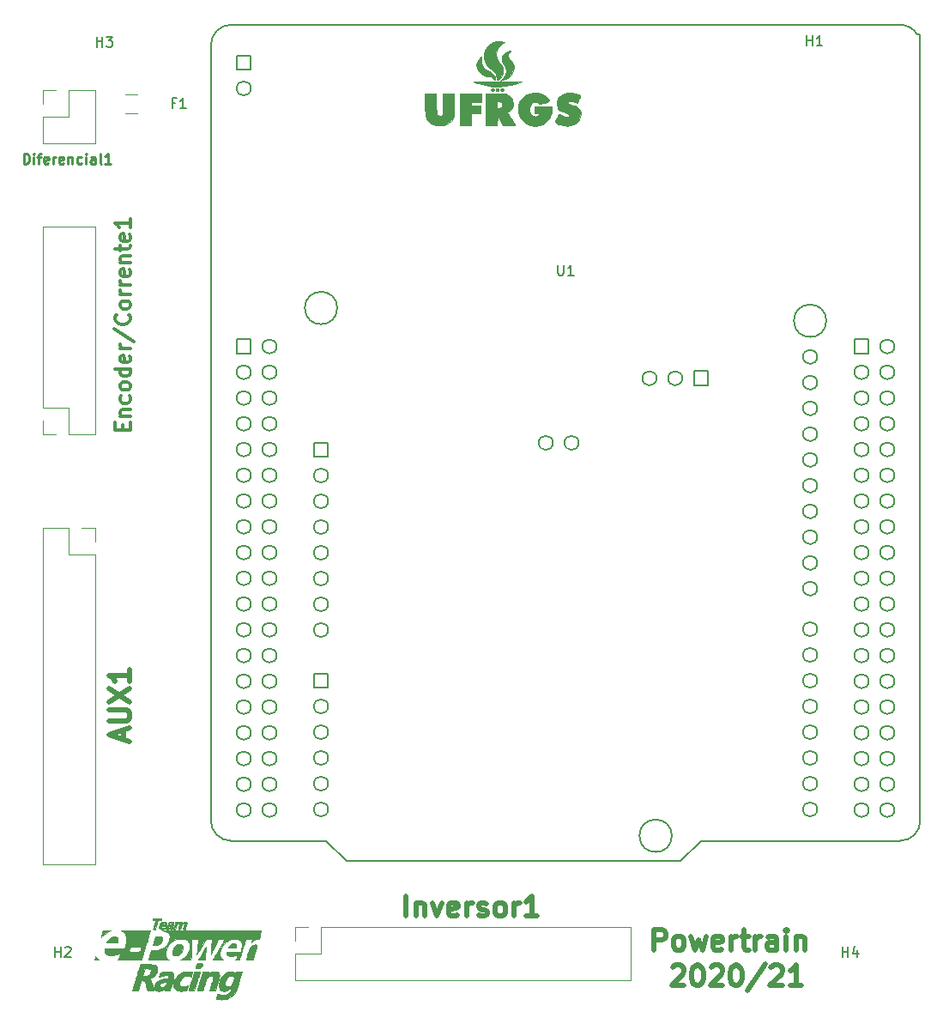
<source format=gbr>
G04 #@! TF.GenerationSoftware,KiCad,Pcbnew,(5.1.5)-3*
G04 #@! TF.CreationDate,2020-09-25T18:44:03-03:00*
G04 #@! TF.ProjectId,STM32G474,53544d33-3247-4343-9734-2e6b69636164,rev?*
G04 #@! TF.SameCoordinates,Original*
G04 #@! TF.FileFunction,Legend,Top*
G04 #@! TF.FilePolarity,Positive*
%FSLAX46Y46*%
G04 Gerber Fmt 4.6, Leading zero omitted, Abs format (unit mm)*
G04 Created by KiCad (PCBNEW (5.1.5)-3) date 2020-09-25 18:44:03*
%MOMM*%
%LPD*%
G04 APERTURE LIST*
%ADD10C,0.500000*%
%ADD11C,0.010000*%
%ADD12C,0.160000*%
%ADD13C,0.120000*%
%ADD14C,0.150000*%
%ADD15C,0.250000*%
%ADD16C,0.375000*%
G04 APERTURE END LIST*
D10*
X82639523Y-143164761D02*
X82639523Y-141164761D01*
X83401428Y-141164761D01*
X83591904Y-141260000D01*
X83687142Y-141355238D01*
X83782380Y-141545714D01*
X83782380Y-141831428D01*
X83687142Y-142021904D01*
X83591904Y-142117142D01*
X83401428Y-142212380D01*
X82639523Y-142212380D01*
X84925238Y-143164761D02*
X84734761Y-143069523D01*
X84639523Y-142974285D01*
X84544285Y-142783809D01*
X84544285Y-142212380D01*
X84639523Y-142021904D01*
X84734761Y-141926666D01*
X84925238Y-141831428D01*
X85210952Y-141831428D01*
X85401428Y-141926666D01*
X85496666Y-142021904D01*
X85591904Y-142212380D01*
X85591904Y-142783809D01*
X85496666Y-142974285D01*
X85401428Y-143069523D01*
X85210952Y-143164761D01*
X84925238Y-143164761D01*
X86258571Y-141831428D02*
X86639523Y-143164761D01*
X87020476Y-142212380D01*
X87401428Y-143164761D01*
X87782380Y-141831428D01*
X89306190Y-143069523D02*
X89115714Y-143164761D01*
X88734761Y-143164761D01*
X88544285Y-143069523D01*
X88449047Y-142879047D01*
X88449047Y-142117142D01*
X88544285Y-141926666D01*
X88734761Y-141831428D01*
X89115714Y-141831428D01*
X89306190Y-141926666D01*
X89401428Y-142117142D01*
X89401428Y-142307619D01*
X88449047Y-142498095D01*
X90258571Y-143164761D02*
X90258571Y-141831428D01*
X90258571Y-142212380D02*
X90353809Y-142021904D01*
X90449047Y-141926666D01*
X90639523Y-141831428D01*
X90830000Y-141831428D01*
X91210952Y-141831428D02*
X91972857Y-141831428D01*
X91496666Y-141164761D02*
X91496666Y-142879047D01*
X91591904Y-143069523D01*
X91782380Y-143164761D01*
X91972857Y-143164761D01*
X92639523Y-143164761D02*
X92639523Y-141831428D01*
X92639523Y-142212380D02*
X92734761Y-142021904D01*
X92830000Y-141926666D01*
X93020476Y-141831428D01*
X93210952Y-141831428D01*
X94734761Y-143164761D02*
X94734761Y-142117142D01*
X94639523Y-141926666D01*
X94449047Y-141831428D01*
X94068095Y-141831428D01*
X93877619Y-141926666D01*
X94734761Y-143069523D02*
X94544285Y-143164761D01*
X94068095Y-143164761D01*
X93877619Y-143069523D01*
X93782380Y-142879047D01*
X93782380Y-142688571D01*
X93877619Y-142498095D01*
X94068095Y-142402857D01*
X94544285Y-142402857D01*
X94734761Y-142307619D01*
X95687142Y-143164761D02*
X95687142Y-141831428D01*
X95687142Y-141164761D02*
X95591904Y-141260000D01*
X95687142Y-141355238D01*
X95782380Y-141260000D01*
X95687142Y-141164761D01*
X95687142Y-141355238D01*
X96639523Y-141831428D02*
X96639523Y-143164761D01*
X96639523Y-142021904D02*
X96734761Y-141926666D01*
X96925238Y-141831428D01*
X97210952Y-141831428D01*
X97401428Y-141926666D01*
X97496666Y-142117142D01*
X97496666Y-143164761D01*
X84449047Y-144855238D02*
X84544285Y-144760000D01*
X84734761Y-144664761D01*
X85210952Y-144664761D01*
X85401428Y-144760000D01*
X85496666Y-144855238D01*
X85591904Y-145045714D01*
X85591904Y-145236190D01*
X85496666Y-145521904D01*
X84353809Y-146664761D01*
X85591904Y-146664761D01*
X86830000Y-144664761D02*
X87020476Y-144664761D01*
X87210952Y-144760000D01*
X87306190Y-144855238D01*
X87401428Y-145045714D01*
X87496666Y-145426666D01*
X87496666Y-145902857D01*
X87401428Y-146283809D01*
X87306190Y-146474285D01*
X87210952Y-146569523D01*
X87020476Y-146664761D01*
X86830000Y-146664761D01*
X86639523Y-146569523D01*
X86544285Y-146474285D01*
X86449047Y-146283809D01*
X86353809Y-145902857D01*
X86353809Y-145426666D01*
X86449047Y-145045714D01*
X86544285Y-144855238D01*
X86639523Y-144760000D01*
X86830000Y-144664761D01*
X88258571Y-144855238D02*
X88353809Y-144760000D01*
X88544285Y-144664761D01*
X89020476Y-144664761D01*
X89210952Y-144760000D01*
X89306190Y-144855238D01*
X89401428Y-145045714D01*
X89401428Y-145236190D01*
X89306190Y-145521904D01*
X88163333Y-146664761D01*
X89401428Y-146664761D01*
X90639523Y-144664761D02*
X90830000Y-144664761D01*
X91020476Y-144760000D01*
X91115714Y-144855238D01*
X91210952Y-145045714D01*
X91306190Y-145426666D01*
X91306190Y-145902857D01*
X91210952Y-146283809D01*
X91115714Y-146474285D01*
X91020476Y-146569523D01*
X90830000Y-146664761D01*
X90639523Y-146664761D01*
X90449047Y-146569523D01*
X90353809Y-146474285D01*
X90258571Y-146283809D01*
X90163333Y-145902857D01*
X90163333Y-145426666D01*
X90258571Y-145045714D01*
X90353809Y-144855238D01*
X90449047Y-144760000D01*
X90639523Y-144664761D01*
X93591904Y-144569523D02*
X91877619Y-147140952D01*
X94163333Y-144855238D02*
X94258571Y-144760000D01*
X94449047Y-144664761D01*
X94925238Y-144664761D01*
X95115714Y-144760000D01*
X95210952Y-144855238D01*
X95306190Y-145045714D01*
X95306190Y-145236190D01*
X95210952Y-145521904D01*
X94068095Y-146664761D01*
X95306190Y-146664761D01*
X97210952Y-146664761D02*
X96068095Y-146664761D01*
X96639523Y-146664761D02*
X96639523Y-144664761D01*
X96449047Y-144950476D01*
X96258571Y-145140952D01*
X96068095Y-145236190D01*
D11*
G36*
X67433193Y-53535059D02*
G01*
X67600339Y-53548620D01*
X67741991Y-53569930D01*
X67837504Y-53595996D01*
X67867000Y-53620094D01*
X67833307Y-53656396D01*
X67749144Y-53711814D01*
X67715201Y-53730829D01*
X67555042Y-53844488D01*
X67387893Y-54007318D01*
X67236495Y-54192953D01*
X67123591Y-54375029D01*
X67088325Y-54457538D01*
X67027403Y-54707948D01*
X67026927Y-54941305D01*
X67090643Y-55172295D01*
X67222299Y-55415603D01*
X67390909Y-55643672D01*
X67587793Y-55934268D01*
X67703223Y-56218499D01*
X67736915Y-56493470D01*
X67688586Y-56756283D01*
X67557953Y-57004043D01*
X67527823Y-57044097D01*
X67445018Y-57130701D01*
X67335653Y-57222633D01*
X67225163Y-57300895D01*
X67138980Y-57346491D01*
X67116467Y-57351333D01*
X67096428Y-57313062D01*
X67082161Y-57214470D01*
X67077789Y-57121705D01*
X67057890Y-56931374D01*
X66998438Y-56758637D01*
X66890993Y-56591658D01*
X66727115Y-56418600D01*
X66498363Y-56227626D01*
X66373177Y-56133545D01*
X66199652Y-55961415D01*
X66051079Y-55728925D01*
X65936042Y-55458788D01*
X65863128Y-55173712D01*
X65840919Y-54896409D01*
X65853074Y-54757636D01*
X65936314Y-54486880D01*
X66089178Y-54226494D01*
X66296664Y-53989531D01*
X66543772Y-53789048D01*
X66815499Y-53638097D01*
X67096845Y-53549733D01*
X67261201Y-53532243D01*
X67433193Y-53535059D01*
G37*
X67433193Y-53535059D02*
X67600339Y-53548620D01*
X67741991Y-53569930D01*
X67837504Y-53595996D01*
X67867000Y-53620094D01*
X67833307Y-53656396D01*
X67749144Y-53711814D01*
X67715201Y-53730829D01*
X67555042Y-53844488D01*
X67387893Y-54007318D01*
X67236495Y-54192953D01*
X67123591Y-54375029D01*
X67088325Y-54457538D01*
X67027403Y-54707948D01*
X67026927Y-54941305D01*
X67090643Y-55172295D01*
X67222299Y-55415603D01*
X67390909Y-55643672D01*
X67587793Y-55934268D01*
X67703223Y-56218499D01*
X67736915Y-56493470D01*
X67688586Y-56756283D01*
X67557953Y-57004043D01*
X67527823Y-57044097D01*
X67445018Y-57130701D01*
X67335653Y-57222633D01*
X67225163Y-57300895D01*
X67138980Y-57346491D01*
X67116467Y-57351333D01*
X67096428Y-57313062D01*
X67082161Y-57214470D01*
X67077789Y-57121705D01*
X67057890Y-56931374D01*
X66998438Y-56758637D01*
X66890993Y-56591658D01*
X66727115Y-56418600D01*
X66498363Y-56227626D01*
X66373177Y-56133545D01*
X66199652Y-55961415D01*
X66051079Y-55728925D01*
X65936042Y-55458788D01*
X65863128Y-55173712D01*
X65840919Y-54896409D01*
X65853074Y-54757636D01*
X65936314Y-54486880D01*
X66089178Y-54226494D01*
X66296664Y-53989531D01*
X66543772Y-53789048D01*
X66815499Y-53638097D01*
X67096845Y-53549733D01*
X67261201Y-53532243D01*
X67433193Y-53535059D01*
G36*
X65625116Y-55062107D02*
G01*
X65631873Y-55167010D01*
X65632152Y-55318934D01*
X65629568Y-55407650D01*
X65630732Y-55699997D01*
X65665119Y-55925341D01*
X65740590Y-56097458D01*
X65865007Y-56230125D01*
X66046232Y-56337117D01*
X66194834Y-56398175D01*
X66496188Y-56536527D01*
X66720540Y-56700341D01*
X66866414Y-56887873D01*
X66932336Y-57097380D01*
X66928755Y-57265679D01*
X66916221Y-57321658D01*
X66891097Y-57325135D01*
X66835712Y-57271322D01*
X66799274Y-57230594D01*
X66662794Y-57103808D01*
X66507272Y-57021202D01*
X66307307Y-56971539D01*
X66176011Y-56954870D01*
X65856973Y-56889483D01*
X65584577Y-56758614D01*
X65390627Y-56602278D01*
X65224290Y-56394455D01*
X65133795Y-56163699D01*
X65117562Y-55902424D01*
X65174013Y-55603043D01*
X65179012Y-55585937D01*
X65231387Y-55464031D01*
X65314151Y-55327052D01*
X65411602Y-55195382D01*
X65508038Y-55089403D01*
X65587758Y-55029497D01*
X65612703Y-55022978D01*
X65625116Y-55062107D01*
G37*
X65625116Y-55062107D02*
X65631873Y-55167010D01*
X65632152Y-55318934D01*
X65629568Y-55407650D01*
X65630732Y-55699997D01*
X65665119Y-55925341D01*
X65740590Y-56097458D01*
X65865007Y-56230125D01*
X66046232Y-56337117D01*
X66194834Y-56398175D01*
X66496188Y-56536527D01*
X66720540Y-56700341D01*
X66866414Y-56887873D01*
X66932336Y-57097380D01*
X66928755Y-57265679D01*
X66916221Y-57321658D01*
X66891097Y-57325135D01*
X66835712Y-57271322D01*
X66799274Y-57230594D01*
X66662794Y-57103808D01*
X66507272Y-57021202D01*
X66307307Y-56971539D01*
X66176011Y-56954870D01*
X65856973Y-56889483D01*
X65584577Y-56758614D01*
X65390627Y-56602278D01*
X65224290Y-56394455D01*
X65133795Y-56163699D01*
X65117562Y-55902424D01*
X65174013Y-55603043D01*
X65179012Y-55585937D01*
X65231387Y-55464031D01*
X65314151Y-55327052D01*
X65411602Y-55195382D01*
X65508038Y-55089403D01*
X65587758Y-55029497D01*
X65612703Y-55022978D01*
X65625116Y-55062107D01*
G36*
X68486562Y-54480460D02*
G01*
X68469104Y-54506084D01*
X68408185Y-54546227D01*
X68273858Y-54670452D01*
X68215428Y-54825093D01*
X68232490Y-55003872D01*
X68324640Y-55200509D01*
X68461677Y-55376973D01*
X68635677Y-55591659D01*
X68742883Y-55788128D01*
X68792382Y-55985723D01*
X68798334Y-56093456D01*
X68758130Y-56401320D01*
X68643788Y-56685117D01*
X68464711Y-56934544D01*
X68230300Y-57139296D01*
X67949958Y-57289068D01*
X67633087Y-57373555D01*
X67629908Y-57374015D01*
X67422500Y-57403782D01*
X67596854Y-57275488D01*
X67818838Y-57067810D01*
X67962209Y-56828885D01*
X68027416Y-56557753D01*
X68027595Y-56357531D01*
X68004783Y-56215697D01*
X67954134Y-56076063D01*
X67864491Y-55911226D01*
X67811080Y-55825617D01*
X67711250Y-55662804D01*
X67651559Y-55541631D01*
X67622159Y-55435404D01*
X67613205Y-55317426D01*
X67613000Y-55288573D01*
X67624566Y-55133680D01*
X67653994Y-54994791D01*
X67674338Y-54942515D01*
X67806808Y-54765246D01*
X67993588Y-54617113D01*
X68207827Y-54514576D01*
X68422673Y-54474099D01*
X68438500Y-54474029D01*
X68486562Y-54480460D01*
G37*
X68486562Y-54480460D02*
X68469104Y-54506084D01*
X68408185Y-54546227D01*
X68273858Y-54670452D01*
X68215428Y-54825093D01*
X68232490Y-55003872D01*
X68324640Y-55200509D01*
X68461677Y-55376973D01*
X68635677Y-55591659D01*
X68742883Y-55788128D01*
X68792382Y-55985723D01*
X68798334Y-56093456D01*
X68758130Y-56401320D01*
X68643788Y-56685117D01*
X68464711Y-56934544D01*
X68230300Y-57139296D01*
X67949958Y-57289068D01*
X67633087Y-57373555D01*
X67629908Y-57374015D01*
X67422500Y-57403782D01*
X67596854Y-57275488D01*
X67818838Y-57067810D01*
X67962209Y-56828885D01*
X68027416Y-56557753D01*
X68027595Y-56357531D01*
X68004783Y-56215697D01*
X67954134Y-56076063D01*
X67864491Y-55911226D01*
X67811080Y-55825617D01*
X67711250Y-55662804D01*
X67651559Y-55541631D01*
X67622159Y-55435404D01*
X67613205Y-55317426D01*
X67613000Y-55288573D01*
X67624566Y-55133680D01*
X67653994Y-54994791D01*
X67674338Y-54942515D01*
X67806808Y-54765246D01*
X67993588Y-54617113D01*
X68207827Y-54514576D01*
X68422673Y-54474099D01*
X68438500Y-54474029D01*
X68486562Y-54480460D01*
G36*
X67168500Y-57527856D02*
G01*
X69539167Y-57528744D01*
X69115145Y-57669772D01*
X68483610Y-57846051D01*
X67846821Y-57958953D01*
X67222443Y-58006219D01*
X66637207Y-57986460D01*
X66342573Y-57946508D01*
X66001058Y-57880678D01*
X65643742Y-57796113D01*
X65301703Y-57699958D01*
X65094167Y-57631761D01*
X64797834Y-57526968D01*
X67168500Y-57527856D01*
G37*
X67168500Y-57527856D02*
X69539167Y-57528744D01*
X69115145Y-57669772D01*
X68483610Y-57846051D01*
X67846821Y-57958953D01*
X67222443Y-58006219D01*
X66637207Y-57986460D01*
X66342573Y-57946508D01*
X66001058Y-57880678D01*
X65643742Y-57796113D01*
X65301703Y-57699958D01*
X65094167Y-57631761D01*
X64797834Y-57526968D01*
X67168500Y-57527856D01*
G36*
X67724304Y-58187388D02*
G01*
X67757310Y-58237051D01*
X67761167Y-58303833D01*
X67748264Y-58396661D01*
X67693407Y-58435860D01*
X67644509Y-58444251D01*
X67540940Y-58432945D01*
X67503346Y-58393807D01*
X67486536Y-58274450D01*
X67538362Y-58199142D01*
X67634747Y-58176833D01*
X67724304Y-58187388D01*
G37*
X67724304Y-58187388D02*
X67757310Y-58237051D01*
X67761167Y-58303833D01*
X67748264Y-58396661D01*
X67693407Y-58435860D01*
X67644509Y-58444251D01*
X67540940Y-58432945D01*
X67503346Y-58393807D01*
X67486536Y-58274450D01*
X67538362Y-58199142D01*
X67634747Y-58176833D01*
X67724304Y-58187388D01*
G36*
X67258637Y-58187388D02*
G01*
X67291643Y-58237051D01*
X67295500Y-58303833D01*
X67282598Y-58396661D01*
X67227741Y-58435860D01*
X67178843Y-58444251D01*
X67075273Y-58432945D01*
X67037679Y-58393807D01*
X67020869Y-58274450D01*
X67072695Y-58199142D01*
X67169080Y-58176833D01*
X67258637Y-58187388D01*
G37*
X67258637Y-58187388D02*
X67291643Y-58237051D01*
X67295500Y-58303833D01*
X67282598Y-58396661D01*
X67227741Y-58435860D01*
X67178843Y-58444251D01*
X67075273Y-58432945D01*
X67037679Y-58393807D01*
X67020869Y-58274450D01*
X67072695Y-58199142D01*
X67169080Y-58176833D01*
X67258637Y-58187388D01*
G36*
X66726372Y-58162229D02*
G01*
X66801857Y-58190363D01*
X66828380Y-58263073D01*
X66829834Y-58303833D01*
X66816770Y-58396870D01*
X66762012Y-58436060D01*
X66716264Y-58443953D01*
X66607443Y-58427906D01*
X66559154Y-58375718D01*
X66542970Y-58274873D01*
X66592859Y-58195183D01*
X66690264Y-58160340D01*
X66726372Y-58162229D01*
G37*
X66726372Y-58162229D02*
X66801857Y-58190363D01*
X66828380Y-58263073D01*
X66829834Y-58303833D01*
X66816770Y-58396870D01*
X66762012Y-58436060D01*
X66716264Y-58443953D01*
X66607443Y-58427906D01*
X66559154Y-58375718D01*
X66542970Y-58274873D01*
X66592859Y-58195183D01*
X66690264Y-58160340D01*
X66726372Y-58162229D01*
G36*
X66882750Y-58664169D02*
G01*
X67246132Y-58667405D01*
X67537691Y-58678024D01*
X67770105Y-58698112D01*
X67956053Y-58729761D01*
X68108213Y-58775057D01*
X68239263Y-58836091D01*
X68349021Y-58905768D01*
X68473070Y-59017165D01*
X68579141Y-59151356D01*
X68601966Y-59190605D01*
X68671785Y-59391237D01*
X68705383Y-59631664D01*
X68699348Y-59873633D01*
X68674657Y-60005991D01*
X68598938Y-60176096D01*
X68479162Y-60326937D01*
X68337673Y-60434505D01*
X68242607Y-60470262D01*
X68156165Y-60492550D01*
X68121000Y-60511340D01*
X68143010Y-60550473D01*
X68204049Y-60648580D01*
X68296628Y-60793891D01*
X68413258Y-60974636D01*
X68523167Y-61143445D01*
X68654126Y-61344850D01*
X68767248Y-61520787D01*
X68855040Y-61659439D01*
X68910008Y-61748989D01*
X68925334Y-61777562D01*
X68885503Y-61784252D01*
X68776022Y-61789885D01*
X68611903Y-61793998D01*
X68408159Y-61796121D01*
X68322084Y-61796310D01*
X67718834Y-61796287D01*
X67168500Y-60773487D01*
X67144728Y-61796333D01*
X66046667Y-61796333D01*
X66046667Y-60103000D01*
X67147334Y-60103000D01*
X67277117Y-60103000D01*
X67404233Y-60086830D01*
X67499367Y-60054329D01*
X67596009Y-59987558D01*
X67642295Y-59900498D01*
X67654677Y-59762003D01*
X67654685Y-59760311D01*
X67623821Y-59607063D01*
X67527199Y-59502891D01*
X67361063Y-59444173D01*
X67319953Y-59437671D01*
X67147334Y-59414518D01*
X67147334Y-60103000D01*
X66046667Y-60103000D01*
X66046667Y-58663666D01*
X66882750Y-58664169D01*
G37*
X66882750Y-58664169D02*
X67246132Y-58667405D01*
X67537691Y-58678024D01*
X67770105Y-58698112D01*
X67956053Y-58729761D01*
X68108213Y-58775057D01*
X68239263Y-58836091D01*
X68349021Y-58905768D01*
X68473070Y-59017165D01*
X68579141Y-59151356D01*
X68601966Y-59190605D01*
X68671785Y-59391237D01*
X68705383Y-59631664D01*
X68699348Y-59873633D01*
X68674657Y-60005991D01*
X68598938Y-60176096D01*
X68479162Y-60326937D01*
X68337673Y-60434505D01*
X68242607Y-60470262D01*
X68156165Y-60492550D01*
X68121000Y-60511340D01*
X68143010Y-60550473D01*
X68204049Y-60648580D01*
X68296628Y-60793891D01*
X68413258Y-60974636D01*
X68523167Y-61143445D01*
X68654126Y-61344850D01*
X68767248Y-61520787D01*
X68855040Y-61659439D01*
X68910008Y-61748989D01*
X68925334Y-61777562D01*
X68885503Y-61784252D01*
X68776022Y-61789885D01*
X68611903Y-61793998D01*
X68408159Y-61796121D01*
X68322084Y-61796310D01*
X67718834Y-61796287D01*
X67168500Y-60773487D01*
X67144728Y-61796333D01*
X66046667Y-61796333D01*
X66046667Y-60103000D01*
X67147334Y-60103000D01*
X67277117Y-60103000D01*
X67404233Y-60086830D01*
X67499367Y-60054329D01*
X67596009Y-59987558D01*
X67642295Y-59900498D01*
X67654677Y-59762003D01*
X67654685Y-59760311D01*
X67623821Y-59607063D01*
X67527199Y-59502891D01*
X67361063Y-59444173D01*
X67319953Y-59437671D01*
X67147334Y-59414518D01*
X67147334Y-60103000D01*
X66046667Y-60103000D01*
X66046667Y-58663666D01*
X66882750Y-58664169D01*
G36*
X65581000Y-59510333D02*
G01*
X64607334Y-59510333D01*
X64607334Y-59891333D01*
X65496334Y-59891333D01*
X65496334Y-60653333D01*
X64607334Y-60653333D01*
X64607334Y-61796333D01*
X63506667Y-61796333D01*
X63506667Y-58663666D01*
X65581000Y-58663666D01*
X65581000Y-59510333D01*
G37*
X65581000Y-59510333D02*
X64607334Y-59510333D01*
X64607334Y-59891333D01*
X65496334Y-59891333D01*
X65496334Y-60653333D01*
X64607334Y-60653333D01*
X64607334Y-61796333D01*
X63506667Y-61796333D01*
X63506667Y-58663666D01*
X65581000Y-58663666D01*
X65581000Y-59510333D01*
G36*
X74598842Y-58614842D02*
G01*
X74759763Y-58649557D01*
X74932943Y-58696990D01*
X75098929Y-58750447D01*
X75238270Y-58803234D01*
X75331512Y-58848658D01*
X75360000Y-58876773D01*
X75344723Y-58930227D01*
X75304745Y-59036255D01*
X75248846Y-59174212D01*
X75185805Y-59323450D01*
X75124403Y-59463325D01*
X75073418Y-59573189D01*
X75041631Y-59632395D01*
X75036580Y-59637333D01*
X74990968Y-59619809D01*
X74897750Y-59575630D01*
X74850449Y-59551875D01*
X74664118Y-59476808D01*
X74485443Y-59439677D01*
X74329557Y-59439279D01*
X74211595Y-59474405D01*
X74146691Y-59543852D01*
X74140348Y-59608447D01*
X74156309Y-59652639D01*
X74198335Y-59692302D01*
X74278190Y-59732443D01*
X74407643Y-59778071D01*
X74598459Y-59834193D01*
X74799785Y-59889097D01*
X74989695Y-59972706D01*
X75171245Y-60107991D01*
X75311513Y-60268808D01*
X75340996Y-60318848D01*
X75398979Y-60512296D01*
X75404083Y-60743527D01*
X75361539Y-60988748D01*
X75276576Y-61224162D01*
X75154424Y-61425975D01*
X75079604Y-61508189D01*
X74877732Y-61650249D01*
X74620022Y-61761951D01*
X74332011Y-61836327D01*
X74039232Y-61866408D01*
X73814834Y-61853330D01*
X73642784Y-61818147D01*
X73443967Y-61762565D01*
X73242054Y-61694917D01*
X73060720Y-61623536D01*
X72923637Y-61556756D01*
X72870996Y-61521098D01*
X72879977Y-61479875D01*
X72915014Y-61381531D01*
X72967752Y-61246304D01*
X73029837Y-61094433D01*
X73092915Y-60946153D01*
X73148631Y-60821705D01*
X73188632Y-60741325D01*
X73199990Y-60724130D01*
X73250931Y-60725129D01*
X73351239Y-60762356D01*
X73466397Y-60820831D01*
X73667474Y-60914517D01*
X73861731Y-60969877D01*
X74030566Y-60984088D01*
X74155376Y-60954321D01*
X74187858Y-60930428D01*
X74254888Y-60839691D01*
X74253902Y-60763239D01*
X74180403Y-60696092D01*
X74029896Y-60633268D01*
X73880873Y-60590374D01*
X73607207Y-60507379D01*
X73403549Y-60413889D01*
X73255241Y-60299801D01*
X73147626Y-60155012D01*
X73096781Y-60049893D01*
X73040438Y-59812625D01*
X73050713Y-59553866D01*
X73122321Y-59296828D01*
X73249976Y-59064721D01*
X73346956Y-58951319D01*
X73559438Y-58794081D01*
X73825781Y-58678294D01*
X74122865Y-58610173D01*
X74427564Y-58595933D01*
X74598842Y-58614842D01*
G37*
X74598842Y-58614842D02*
X74759763Y-58649557D01*
X74932943Y-58696990D01*
X75098929Y-58750447D01*
X75238270Y-58803234D01*
X75331512Y-58848658D01*
X75360000Y-58876773D01*
X75344723Y-58930227D01*
X75304745Y-59036255D01*
X75248846Y-59174212D01*
X75185805Y-59323450D01*
X75124403Y-59463325D01*
X75073418Y-59573189D01*
X75041631Y-59632395D01*
X75036580Y-59637333D01*
X74990968Y-59619809D01*
X74897750Y-59575630D01*
X74850449Y-59551875D01*
X74664118Y-59476808D01*
X74485443Y-59439677D01*
X74329557Y-59439279D01*
X74211595Y-59474405D01*
X74146691Y-59543852D01*
X74140348Y-59608447D01*
X74156309Y-59652639D01*
X74198335Y-59692302D01*
X74278190Y-59732443D01*
X74407643Y-59778071D01*
X74598459Y-59834193D01*
X74799785Y-59889097D01*
X74989695Y-59972706D01*
X75171245Y-60107991D01*
X75311513Y-60268808D01*
X75340996Y-60318848D01*
X75398979Y-60512296D01*
X75404083Y-60743527D01*
X75361539Y-60988748D01*
X75276576Y-61224162D01*
X75154424Y-61425975D01*
X75079604Y-61508189D01*
X74877732Y-61650249D01*
X74620022Y-61761951D01*
X74332011Y-61836327D01*
X74039232Y-61866408D01*
X73814834Y-61853330D01*
X73642784Y-61818147D01*
X73443967Y-61762565D01*
X73242054Y-61694917D01*
X73060720Y-61623536D01*
X72923637Y-61556756D01*
X72870996Y-61521098D01*
X72879977Y-61479875D01*
X72915014Y-61381531D01*
X72967752Y-61246304D01*
X73029837Y-61094433D01*
X73092915Y-60946153D01*
X73148631Y-60821705D01*
X73188632Y-60741325D01*
X73199990Y-60724130D01*
X73250931Y-60725129D01*
X73351239Y-60762356D01*
X73466397Y-60820831D01*
X73667474Y-60914517D01*
X73861731Y-60969877D01*
X74030566Y-60984088D01*
X74155376Y-60954321D01*
X74187858Y-60930428D01*
X74254888Y-60839691D01*
X74253902Y-60763239D01*
X74180403Y-60696092D01*
X74029896Y-60633268D01*
X73880873Y-60590374D01*
X73607207Y-60507379D01*
X73403549Y-60413889D01*
X73255241Y-60299801D01*
X73147626Y-60155012D01*
X73096781Y-60049893D01*
X73040438Y-59812625D01*
X73050713Y-59553866D01*
X73122321Y-59296828D01*
X73249976Y-59064721D01*
X73346956Y-58951319D01*
X73559438Y-58794081D01*
X73825781Y-58678294D01*
X74122865Y-58610173D01*
X74427564Y-58595933D01*
X74598842Y-58614842D01*
G36*
X71102891Y-58611267D02*
G01*
X71464185Y-58696898D01*
X71658639Y-58776332D01*
X71773792Y-58845128D01*
X71908924Y-58946824D01*
X72047079Y-59065730D01*
X72171298Y-59186156D01*
X72264622Y-59292410D01*
X72310092Y-59368801D01*
X72312000Y-59380849D01*
X72274623Y-59407291D01*
X72172832Y-59454929D01*
X72022141Y-59517023D01*
X71838062Y-59586834D01*
X71836622Y-59587360D01*
X71635136Y-59660142D01*
X71497311Y-59706164D01*
X71407425Y-59728111D01*
X71349757Y-59728670D01*
X71308587Y-59710528D01*
X71275705Y-59683212D01*
X71087856Y-59555523D01*
X70899166Y-59512289D01*
X70710351Y-59553592D01*
X70614344Y-59607163D01*
X70479948Y-59723753D01*
X70395361Y-59868032D01*
X70352713Y-60058766D01*
X70343500Y-60253046D01*
X70358599Y-60480460D01*
X70410254Y-60647957D01*
X70508002Y-60775859D01*
X70631550Y-60866862D01*
X70786132Y-60929348D01*
X70949070Y-60944792D01*
X71100287Y-60918052D01*
X71219705Y-60853987D01*
X71287246Y-60757455D01*
X71295352Y-60706250D01*
X71258428Y-60671729D01*
X71144056Y-60655162D01*
X71063167Y-60653333D01*
X70830334Y-60653333D01*
X70830334Y-59931913D01*
X72544834Y-59954833D01*
X72560025Y-60060666D01*
X72560182Y-60183679D01*
X72539125Y-60358753D01*
X72502258Y-60557576D01*
X72454988Y-60751836D01*
X72402717Y-60913221D01*
X72392491Y-60938241D01*
X72292967Y-61110274D01*
X72143394Y-61298347D01*
X71967382Y-61476753D01*
X71788539Y-61619780D01*
X71736181Y-61652935D01*
X71589120Y-61719808D01*
X71393419Y-61783851D01*
X71182343Y-61836497D01*
X70989160Y-61869179D01*
X70872667Y-61875316D01*
X70770637Y-61866072D01*
X70625536Y-61847041D01*
X70534000Y-61832931D01*
X70194379Y-61735825D01*
X69887332Y-61566391D01*
X69624331Y-61334297D01*
X69416846Y-61049209D01*
X69299653Y-60792666D01*
X69236864Y-60517437D01*
X69221309Y-60207981D01*
X69251498Y-59896884D01*
X69325942Y-59616735D01*
X69356757Y-59543435D01*
X69545265Y-59233372D01*
X69788731Y-58980540D01*
X70076691Y-58788427D01*
X70398680Y-58660519D01*
X70744235Y-58600303D01*
X71102891Y-58611267D01*
G37*
X71102891Y-58611267D02*
X71464185Y-58696898D01*
X71658639Y-58776332D01*
X71773792Y-58845128D01*
X71908924Y-58946824D01*
X72047079Y-59065730D01*
X72171298Y-59186156D01*
X72264622Y-59292410D01*
X72310092Y-59368801D01*
X72312000Y-59380849D01*
X72274623Y-59407291D01*
X72172832Y-59454929D01*
X72022141Y-59517023D01*
X71838062Y-59586834D01*
X71836622Y-59587360D01*
X71635136Y-59660142D01*
X71497311Y-59706164D01*
X71407425Y-59728111D01*
X71349757Y-59728670D01*
X71308587Y-59710528D01*
X71275705Y-59683212D01*
X71087856Y-59555523D01*
X70899166Y-59512289D01*
X70710351Y-59553592D01*
X70614344Y-59607163D01*
X70479948Y-59723753D01*
X70395361Y-59868032D01*
X70352713Y-60058766D01*
X70343500Y-60253046D01*
X70358599Y-60480460D01*
X70410254Y-60647957D01*
X70508002Y-60775859D01*
X70631550Y-60866862D01*
X70786132Y-60929348D01*
X70949070Y-60944792D01*
X71100287Y-60918052D01*
X71219705Y-60853987D01*
X71287246Y-60757455D01*
X71295352Y-60706250D01*
X71258428Y-60671729D01*
X71144056Y-60655162D01*
X71063167Y-60653333D01*
X70830334Y-60653333D01*
X70830334Y-59931913D01*
X72544834Y-59954833D01*
X72560025Y-60060666D01*
X72560182Y-60183679D01*
X72539125Y-60358753D01*
X72502258Y-60557576D01*
X72454988Y-60751836D01*
X72402717Y-60913221D01*
X72392491Y-60938241D01*
X72292967Y-61110274D01*
X72143394Y-61298347D01*
X71967382Y-61476753D01*
X71788539Y-61619780D01*
X71736181Y-61652935D01*
X71589120Y-61719808D01*
X71393419Y-61783851D01*
X71182343Y-61836497D01*
X70989160Y-61869179D01*
X70872667Y-61875316D01*
X70770637Y-61866072D01*
X70625536Y-61847041D01*
X70534000Y-61832931D01*
X70194379Y-61735825D01*
X69887332Y-61566391D01*
X69624331Y-61334297D01*
X69416846Y-61049209D01*
X69299653Y-60792666D01*
X69236864Y-60517437D01*
X69221309Y-60207981D01*
X69251498Y-59896884D01*
X69325942Y-59616735D01*
X69356757Y-59543435D01*
X69545265Y-59233372D01*
X69788731Y-58980540D01*
X70076691Y-58788427D01*
X70398680Y-58660519D01*
X70744235Y-58600303D01*
X71102891Y-58611267D01*
G36*
X61136000Y-59617526D02*
G01*
X61137341Y-59954580D01*
X61141739Y-60217183D01*
X61149756Y-60415514D01*
X61161954Y-60559752D01*
X61178895Y-60660075D01*
X61196711Y-60716686D01*
X61288464Y-60844785D01*
X61424280Y-60901604D01*
X61583290Y-60889249D01*
X61651042Y-60863217D01*
X61704300Y-60816873D01*
X61744740Y-60740949D01*
X61774037Y-60626180D01*
X61793869Y-60463299D01*
X61805910Y-60243040D01*
X61811838Y-59956137D01*
X61813334Y-59617526D01*
X61813334Y-58663666D01*
X62921168Y-58663666D01*
X62906078Y-59796083D01*
X62901243Y-60136689D01*
X62896253Y-60403866D01*
X62890144Y-60608846D01*
X62881954Y-60762863D01*
X62870721Y-60877150D01*
X62855482Y-60962940D01*
X62835275Y-61031468D01*
X62809137Y-61093964D01*
X62791780Y-61130048D01*
X62621382Y-61383785D01*
X62389983Y-61588773D01*
X62108982Y-61740155D01*
X61789782Y-61833074D01*
X61443780Y-61862673D01*
X61138053Y-61834581D01*
X60872598Y-61759095D01*
X60618709Y-61633745D01*
X60401871Y-61473554D01*
X60264823Y-61319907D01*
X60198161Y-61209728D01*
X60145265Y-61086873D01*
X60104679Y-60940589D01*
X60074951Y-60760127D01*
X60054626Y-60534735D01*
X60042249Y-60253662D01*
X60036366Y-59906158D01*
X60035334Y-59623282D01*
X60035334Y-58663666D01*
X61136000Y-58663666D01*
X61136000Y-59617526D01*
G37*
X61136000Y-59617526D02*
X61137341Y-59954580D01*
X61141739Y-60217183D01*
X61149756Y-60415514D01*
X61161954Y-60559752D01*
X61178895Y-60660075D01*
X61196711Y-60716686D01*
X61288464Y-60844785D01*
X61424280Y-60901604D01*
X61583290Y-60889249D01*
X61651042Y-60863217D01*
X61704300Y-60816873D01*
X61744740Y-60740949D01*
X61774037Y-60626180D01*
X61793869Y-60463299D01*
X61805910Y-60243040D01*
X61811838Y-59956137D01*
X61813334Y-59617526D01*
X61813334Y-58663666D01*
X62921168Y-58663666D01*
X62906078Y-59796083D01*
X62901243Y-60136689D01*
X62896253Y-60403866D01*
X62890144Y-60608846D01*
X62881954Y-60762863D01*
X62870721Y-60877150D01*
X62855482Y-60962940D01*
X62835275Y-61031468D01*
X62809137Y-61093964D01*
X62791780Y-61130048D01*
X62621382Y-61383785D01*
X62389983Y-61588773D01*
X62108982Y-61740155D01*
X61789782Y-61833074D01*
X61443780Y-61862673D01*
X61138053Y-61834581D01*
X60872598Y-61759095D01*
X60618709Y-61633745D01*
X60401871Y-61473554D01*
X60264823Y-61319907D01*
X60198161Y-61209728D01*
X60145265Y-61086873D01*
X60104679Y-60940589D01*
X60074951Y-60760127D01*
X60054626Y-60534735D01*
X60042249Y-60253662D01*
X60036366Y-59906158D01*
X60035334Y-59623282D01*
X60035334Y-58663666D01*
X61136000Y-58663666D01*
X61136000Y-59617526D01*
G36*
X40961118Y-145270381D02*
G01*
X41088944Y-145297955D01*
X41194406Y-145350510D01*
X41271040Y-145426525D01*
X41280452Y-145441192D01*
X41311877Y-145490534D01*
X41331069Y-145507316D01*
X41345668Y-145496353D01*
X41351554Y-145486005D01*
X41370856Y-145436938D01*
X41387094Y-145377625D01*
X41401863Y-145308833D01*
X41688196Y-145308833D01*
X41808208Y-145309741D01*
X41890794Y-145312776D01*
X41940831Y-145318405D01*
X41963195Y-145327093D01*
X41964979Y-145335291D01*
X41956449Y-145362142D01*
X41937489Y-145423727D01*
X41909865Y-145514244D01*
X41875345Y-145627889D01*
X41835696Y-145758859D01*
X41802214Y-145869750D01*
X41759297Y-146011359D01*
X41719560Y-146141187D01*
X41684883Y-146253189D01*
X41657148Y-146341322D01*
X41638235Y-146399542D01*
X41630913Y-146420083D01*
X41610929Y-146475213D01*
X41599101Y-146515333D01*
X41566666Y-146631358D01*
X41526337Y-146762018D01*
X41481619Y-146897196D01*
X41436015Y-147026771D01*
X41393031Y-147140624D01*
X41356168Y-147228636D01*
X41341736Y-147258619D01*
X41211020Y-147467572D01*
X41051557Y-147645677D01*
X40864197Y-147792353D01*
X40649791Y-147907019D01*
X40409189Y-147989095D01*
X40214513Y-148028547D01*
X40095260Y-148045390D01*
X40003048Y-148054554D01*
X39923283Y-148056006D01*
X39841368Y-148049717D01*
X39742710Y-148035655D01*
X39692915Y-148027449D01*
X39604237Y-148011027D01*
X39524897Y-147993675D01*
X39469734Y-147978695D01*
X39463158Y-147976369D01*
X39437755Y-147965989D01*
X39421673Y-147953159D01*
X39415423Y-147931241D01*
X39419514Y-147893599D01*
X39434454Y-147833594D01*
X39460753Y-147744590D01*
X39487684Y-147656620D01*
X39543393Y-147474990D01*
X39666150Y-147536332D01*
X39839363Y-147601566D01*
X40018796Y-147630182D01*
X40197656Y-147623159D01*
X40369152Y-147581478D01*
X40526490Y-147506120D01*
X40662878Y-147398064D01*
X40669284Y-147391555D01*
X40761876Y-147273250D01*
X40839091Y-147129429D01*
X40887095Y-146995100D01*
X40897976Y-146956490D01*
X40901634Y-146934488D01*
X40892538Y-146930763D01*
X40865152Y-146946987D01*
X40813943Y-146984829D01*
X40743216Y-147038520D01*
X40622410Y-147111435D01*
X40481722Y-147166709D01*
X40333110Y-147201758D01*
X40188529Y-147213999D01*
X40059937Y-147200849D01*
X40029724Y-147192678D01*
X39896689Y-147134463D01*
X39797050Y-147053046D01*
X39729182Y-146946009D01*
X39691461Y-146810936D01*
X39681883Y-146675308D01*
X39683367Y-146568119D01*
X39689721Y-146485021D01*
X39696003Y-146450854D01*
X40283526Y-146450854D01*
X40290215Y-146571834D01*
X40328697Y-146668326D01*
X40394442Y-146737585D01*
X40482919Y-146776866D01*
X40589598Y-146783422D01*
X40709948Y-146754509D01*
X40753766Y-146735832D01*
X40878808Y-146653429D01*
X40986015Y-146534034D01*
X41074041Y-146379645D01*
X41141538Y-146192261D01*
X41155071Y-146140395D01*
X41177996Y-146010508D01*
X41175207Y-145908136D01*
X41145751Y-145826459D01*
X41103794Y-145772871D01*
X41020829Y-145717694D01*
X40921909Y-145696453D01*
X40813750Y-145707331D01*
X40703064Y-145748510D01*
X40596565Y-145818174D01*
X40500965Y-145914504D01*
X40480170Y-145941691D01*
X40413210Y-146052091D01*
X40354020Y-146182749D01*
X40309048Y-146316963D01*
X40284745Y-146438032D01*
X40283526Y-146450854D01*
X39696003Y-146450854D01*
X39703792Y-146408501D01*
X39728432Y-146321043D01*
X39750710Y-146252311D01*
X39845861Y-146019916D01*
X39967344Y-145812749D01*
X40112212Y-145633894D01*
X40277522Y-145486432D01*
X40460328Y-145373444D01*
X40657686Y-145298014D01*
X40664225Y-145296251D01*
X40817390Y-145269306D01*
X40961118Y-145270381D01*
G37*
X40961118Y-145270381D02*
X41088944Y-145297955D01*
X41194406Y-145350510D01*
X41271040Y-145426525D01*
X41280452Y-145441192D01*
X41311877Y-145490534D01*
X41331069Y-145507316D01*
X41345668Y-145496353D01*
X41351554Y-145486005D01*
X41370856Y-145436938D01*
X41387094Y-145377625D01*
X41401863Y-145308833D01*
X41688196Y-145308833D01*
X41808208Y-145309741D01*
X41890794Y-145312776D01*
X41940831Y-145318405D01*
X41963195Y-145327093D01*
X41964979Y-145335291D01*
X41956449Y-145362142D01*
X41937489Y-145423727D01*
X41909865Y-145514244D01*
X41875345Y-145627889D01*
X41835696Y-145758859D01*
X41802214Y-145869750D01*
X41759297Y-146011359D01*
X41719560Y-146141187D01*
X41684883Y-146253189D01*
X41657148Y-146341322D01*
X41638235Y-146399542D01*
X41630913Y-146420083D01*
X41610929Y-146475213D01*
X41599101Y-146515333D01*
X41566666Y-146631358D01*
X41526337Y-146762018D01*
X41481619Y-146897196D01*
X41436015Y-147026771D01*
X41393031Y-147140624D01*
X41356168Y-147228636D01*
X41341736Y-147258619D01*
X41211020Y-147467572D01*
X41051557Y-147645677D01*
X40864197Y-147792353D01*
X40649791Y-147907019D01*
X40409189Y-147989095D01*
X40214513Y-148028547D01*
X40095260Y-148045390D01*
X40003048Y-148054554D01*
X39923283Y-148056006D01*
X39841368Y-148049717D01*
X39742710Y-148035655D01*
X39692915Y-148027449D01*
X39604237Y-148011027D01*
X39524897Y-147993675D01*
X39469734Y-147978695D01*
X39463158Y-147976369D01*
X39437755Y-147965989D01*
X39421673Y-147953159D01*
X39415423Y-147931241D01*
X39419514Y-147893599D01*
X39434454Y-147833594D01*
X39460753Y-147744590D01*
X39487684Y-147656620D01*
X39543393Y-147474990D01*
X39666150Y-147536332D01*
X39839363Y-147601566D01*
X40018796Y-147630182D01*
X40197656Y-147623159D01*
X40369152Y-147581478D01*
X40526490Y-147506120D01*
X40662878Y-147398064D01*
X40669284Y-147391555D01*
X40761876Y-147273250D01*
X40839091Y-147129429D01*
X40887095Y-146995100D01*
X40897976Y-146956490D01*
X40901634Y-146934488D01*
X40892538Y-146930763D01*
X40865152Y-146946987D01*
X40813943Y-146984829D01*
X40743216Y-147038520D01*
X40622410Y-147111435D01*
X40481722Y-147166709D01*
X40333110Y-147201758D01*
X40188529Y-147213999D01*
X40059937Y-147200849D01*
X40029724Y-147192678D01*
X39896689Y-147134463D01*
X39797050Y-147053046D01*
X39729182Y-146946009D01*
X39691461Y-146810936D01*
X39681883Y-146675308D01*
X39683367Y-146568119D01*
X39689721Y-146485021D01*
X39696003Y-146450854D01*
X40283526Y-146450854D01*
X40290215Y-146571834D01*
X40328697Y-146668326D01*
X40394442Y-146737585D01*
X40482919Y-146776866D01*
X40589598Y-146783422D01*
X40709948Y-146754509D01*
X40753766Y-146735832D01*
X40878808Y-146653429D01*
X40986015Y-146534034D01*
X41074041Y-146379645D01*
X41141538Y-146192261D01*
X41155071Y-146140395D01*
X41177996Y-146010508D01*
X41175207Y-145908136D01*
X41145751Y-145826459D01*
X41103794Y-145772871D01*
X41020829Y-145717694D01*
X40921909Y-145696453D01*
X40813750Y-145707331D01*
X40703064Y-145748510D01*
X40596565Y-145818174D01*
X40500965Y-145914504D01*
X40480170Y-145941691D01*
X40413210Y-146052091D01*
X40354020Y-146182749D01*
X40309048Y-146316963D01*
X40284745Y-146438032D01*
X40283526Y-146450854D01*
X39696003Y-146450854D01*
X39703792Y-146408501D01*
X39728432Y-146321043D01*
X39750710Y-146252311D01*
X39845861Y-146019916D01*
X39967344Y-145812749D01*
X40112212Y-145633894D01*
X40277522Y-145486432D01*
X40460328Y-145373444D01*
X40657686Y-145298014D01*
X40664225Y-145296251D01*
X40817390Y-145269306D01*
X40961118Y-145270381D01*
G36*
X34813020Y-145279157D02*
G01*
X34960318Y-145316041D01*
X35079036Y-145375515D01*
X35165693Y-145455946D01*
X35209332Y-145533591D01*
X35231664Y-145633836D01*
X35235692Y-145761483D01*
X35222150Y-145906122D01*
X35191767Y-146057342D01*
X35166406Y-146144916D01*
X35133108Y-146247605D01*
X35103804Y-146339258D01*
X35074600Y-146432306D01*
X35041598Y-146539180D01*
X35000902Y-146672308D01*
X34993912Y-146695250D01*
X34961531Y-146800338D01*
X34927220Y-146909752D01*
X34897210Y-147003665D01*
X34890803Y-147023333D01*
X34845721Y-147160916D01*
X34587277Y-147166859D01*
X34474476Y-147169331D01*
X34398354Y-147168145D01*
X34353254Y-147159573D01*
X34333521Y-147139890D01*
X34333501Y-147105369D01*
X34347537Y-147052283D01*
X34358511Y-147016114D01*
X34374684Y-146950259D01*
X34371777Y-146921726D01*
X34349186Y-146929746D01*
X34316238Y-146962297D01*
X34206507Y-147057255D01*
X34071777Y-147131935D01*
X33922502Y-147183493D01*
X33769135Y-147209088D01*
X33622130Y-147205877D01*
X33514856Y-147180193D01*
X33410715Y-147125836D01*
X33340643Y-147049966D01*
X33303070Y-146949706D01*
X33296425Y-146822175D01*
X33299452Y-146785308D01*
X33328419Y-146657008D01*
X33863245Y-146657008D01*
X33873057Y-146731483D01*
X33905961Y-146779118D01*
X33966923Y-146803206D01*
X34060908Y-146807041D01*
X34087033Y-146805456D01*
X34193144Y-146788833D01*
X34279210Y-146752892D01*
X34303250Y-146737993D01*
X34369079Y-146686949D01*
X34428660Y-146628782D01*
X34443996Y-146610345D01*
X34477482Y-146557745D01*
X34514271Y-146487119D01*
X34548202Y-146412096D01*
X34573110Y-146346307D01*
X34582833Y-146303383D01*
X34582833Y-146303287D01*
X34568825Y-146293803D01*
X34524710Y-146292276D01*
X34447347Y-146298930D01*
X34333595Y-146313987D01*
X34246334Y-146327186D01*
X34096409Y-146363546D01*
X33983630Y-146420077D01*
X33907861Y-146496897D01*
X33868968Y-146594121D01*
X33863245Y-146657008D01*
X33328419Y-146657008D01*
X33334373Y-146630638D01*
X33402572Y-146479119D01*
X33496645Y-146345608D01*
X33542116Y-146298452D01*
X33633432Y-146221021D01*
X33727670Y-146159759D01*
X33832658Y-146111755D01*
X33956219Y-146074093D01*
X34106178Y-146043861D01*
X34290362Y-146018144D01*
X34297083Y-146017342D01*
X34433501Y-146001051D01*
X34533741Y-145988149D01*
X34603642Y-145976856D01*
X34649041Y-145965392D01*
X34675778Y-145951974D01*
X34689690Y-145934823D01*
X34696617Y-145912158D01*
X34699982Y-145894453D01*
X34701400Y-145800871D01*
X34667409Y-145729270D01*
X34599327Y-145680576D01*
X34498472Y-145655714D01*
X34366161Y-145655611D01*
X34360691Y-145656093D01*
X34164710Y-145684937D01*
X33990737Y-145735684D01*
X33884947Y-145780877D01*
X33823075Y-145808945D01*
X33778550Y-145826243D01*
X33762648Y-145829204D01*
X33764335Y-145806878D01*
X33775902Y-145771943D01*
X33791931Y-145727121D01*
X33815212Y-145656393D01*
X33840926Y-145574432D01*
X33842941Y-145567838D01*
X33869518Y-145487035D01*
X33892070Y-145438292D01*
X33916214Y-145412451D01*
X33945287Y-145400878D01*
X33994829Y-145385383D01*
X34021916Y-145372106D01*
X34058367Y-145357549D01*
X34127059Y-145340060D01*
X34218152Y-145321317D01*
X34321805Y-145303000D01*
X34428178Y-145286790D01*
X34527432Y-145274365D01*
X34609725Y-145267406D01*
X34640622Y-145266500D01*
X34813020Y-145279157D01*
G37*
X34813020Y-145279157D02*
X34960318Y-145316041D01*
X35079036Y-145375515D01*
X35165693Y-145455946D01*
X35209332Y-145533591D01*
X35231664Y-145633836D01*
X35235692Y-145761483D01*
X35222150Y-145906122D01*
X35191767Y-146057342D01*
X35166406Y-146144916D01*
X35133108Y-146247605D01*
X35103804Y-146339258D01*
X35074600Y-146432306D01*
X35041598Y-146539180D01*
X35000902Y-146672308D01*
X34993912Y-146695250D01*
X34961531Y-146800338D01*
X34927220Y-146909752D01*
X34897210Y-147003665D01*
X34890803Y-147023333D01*
X34845721Y-147160916D01*
X34587277Y-147166859D01*
X34474476Y-147169331D01*
X34398354Y-147168145D01*
X34353254Y-147159573D01*
X34333521Y-147139890D01*
X34333501Y-147105369D01*
X34347537Y-147052283D01*
X34358511Y-147016114D01*
X34374684Y-146950259D01*
X34371777Y-146921726D01*
X34349186Y-146929746D01*
X34316238Y-146962297D01*
X34206507Y-147057255D01*
X34071777Y-147131935D01*
X33922502Y-147183493D01*
X33769135Y-147209088D01*
X33622130Y-147205877D01*
X33514856Y-147180193D01*
X33410715Y-147125836D01*
X33340643Y-147049966D01*
X33303070Y-146949706D01*
X33296425Y-146822175D01*
X33299452Y-146785308D01*
X33328419Y-146657008D01*
X33863245Y-146657008D01*
X33873057Y-146731483D01*
X33905961Y-146779118D01*
X33966923Y-146803206D01*
X34060908Y-146807041D01*
X34087033Y-146805456D01*
X34193144Y-146788833D01*
X34279210Y-146752892D01*
X34303250Y-146737993D01*
X34369079Y-146686949D01*
X34428660Y-146628782D01*
X34443996Y-146610345D01*
X34477482Y-146557745D01*
X34514271Y-146487119D01*
X34548202Y-146412096D01*
X34573110Y-146346307D01*
X34582833Y-146303383D01*
X34582833Y-146303287D01*
X34568825Y-146293803D01*
X34524710Y-146292276D01*
X34447347Y-146298930D01*
X34333595Y-146313987D01*
X34246334Y-146327186D01*
X34096409Y-146363546D01*
X33983630Y-146420077D01*
X33907861Y-146496897D01*
X33868968Y-146594121D01*
X33863245Y-146657008D01*
X33328419Y-146657008D01*
X33334373Y-146630638D01*
X33402572Y-146479119D01*
X33496645Y-146345608D01*
X33542116Y-146298452D01*
X33633432Y-146221021D01*
X33727670Y-146159759D01*
X33832658Y-146111755D01*
X33956219Y-146074093D01*
X34106178Y-146043861D01*
X34290362Y-146018144D01*
X34297083Y-146017342D01*
X34433501Y-146001051D01*
X34533741Y-145988149D01*
X34603642Y-145976856D01*
X34649041Y-145965392D01*
X34675778Y-145951974D01*
X34689690Y-145934823D01*
X34696617Y-145912158D01*
X34699982Y-145894453D01*
X34701400Y-145800871D01*
X34667409Y-145729270D01*
X34599327Y-145680576D01*
X34498472Y-145655714D01*
X34366161Y-145655611D01*
X34360691Y-145656093D01*
X34164710Y-145684937D01*
X33990737Y-145735684D01*
X33884947Y-145780877D01*
X33823075Y-145808945D01*
X33778550Y-145826243D01*
X33762648Y-145829204D01*
X33764335Y-145806878D01*
X33775902Y-145771943D01*
X33791931Y-145727121D01*
X33815212Y-145656393D01*
X33840926Y-145574432D01*
X33842941Y-145567838D01*
X33869518Y-145487035D01*
X33892070Y-145438292D01*
X33916214Y-145412451D01*
X33945287Y-145400878D01*
X33994829Y-145385383D01*
X34021916Y-145372106D01*
X34058367Y-145357549D01*
X34127059Y-145340060D01*
X34218152Y-145321317D01*
X34321805Y-145303000D01*
X34428178Y-145286790D01*
X34527432Y-145274365D01*
X34609725Y-145267406D01*
X34640622Y-145266500D01*
X34813020Y-145279157D01*
G36*
X36732644Y-145270903D02*
G01*
X36833138Y-145281558D01*
X36926582Y-145296982D01*
X37002076Y-145315293D01*
X37048720Y-145334612D01*
X37054319Y-145339097D01*
X37052257Y-145361194D01*
X37040603Y-145413638D01*
X37022096Y-145486606D01*
X36999477Y-145570270D01*
X36975486Y-145654807D01*
X36952864Y-145730391D01*
X36934351Y-145787196D01*
X36922687Y-145815397D01*
X36921080Y-145816833D01*
X36901764Y-145807348D01*
X36856682Y-145782861D01*
X36813291Y-145758625D01*
X36689424Y-145711823D01*
X36549805Y-145697909D01*
X36403528Y-145715498D01*
X36259688Y-145763202D01*
X36127379Y-145839636D01*
X36090298Y-145868803D01*
X35999715Y-145965559D01*
X35920169Y-146088047D01*
X35858051Y-146223021D01*
X35819751Y-146357237D01*
X35810500Y-146448803D01*
X35830324Y-146558230D01*
X35884984Y-146656285D01*
X35967260Y-146730903D01*
X35985732Y-146741602D01*
X36072676Y-146769511D01*
X36185330Y-146779168D01*
X36311439Y-146771052D01*
X36438749Y-146745643D01*
X36514291Y-146720882D01*
X36583347Y-146696500D01*
X36634062Y-146683235D01*
X36656772Y-146683528D01*
X36657166Y-146684821D01*
X36650559Y-146714213D01*
X36633539Y-146769387D01*
X36617581Y-146816164D01*
X36589685Y-146898795D01*
X36563726Y-146981744D01*
X36553989Y-147015511D01*
X36537519Y-147062865D01*
X36513235Y-147097547D01*
X36473317Y-147124226D01*
X36409945Y-147147574D01*
X36315299Y-147172260D01*
X36276166Y-147181428D01*
X36127719Y-147204803D01*
X35965541Y-147212189D01*
X35805601Y-147203894D01*
X35663873Y-147180230D01*
X35622729Y-147168756D01*
X35480406Y-147104073D01*
X35367207Y-147008998D01*
X35282357Y-146882722D01*
X35236937Y-146767326D01*
X35189913Y-146612507D01*
X35235153Y-146410461D01*
X35301079Y-146183819D01*
X35392871Y-145985256D01*
X35515134Y-145806244D01*
X35630035Y-145679250D01*
X35817836Y-145519531D01*
X36021728Y-145398918D01*
X36242201Y-145317212D01*
X36479743Y-145274210D01*
X36636000Y-145266899D01*
X36732644Y-145270903D01*
G37*
X36732644Y-145270903D02*
X36833138Y-145281558D01*
X36926582Y-145296982D01*
X37002076Y-145315293D01*
X37048720Y-145334612D01*
X37054319Y-145339097D01*
X37052257Y-145361194D01*
X37040603Y-145413638D01*
X37022096Y-145486606D01*
X36999477Y-145570270D01*
X36975486Y-145654807D01*
X36952864Y-145730391D01*
X36934351Y-145787196D01*
X36922687Y-145815397D01*
X36921080Y-145816833D01*
X36901764Y-145807348D01*
X36856682Y-145782861D01*
X36813291Y-145758625D01*
X36689424Y-145711823D01*
X36549805Y-145697909D01*
X36403528Y-145715498D01*
X36259688Y-145763202D01*
X36127379Y-145839636D01*
X36090298Y-145868803D01*
X35999715Y-145965559D01*
X35920169Y-146088047D01*
X35858051Y-146223021D01*
X35819751Y-146357237D01*
X35810500Y-146448803D01*
X35830324Y-146558230D01*
X35884984Y-146656285D01*
X35967260Y-146730903D01*
X35985732Y-146741602D01*
X36072676Y-146769511D01*
X36185330Y-146779168D01*
X36311439Y-146771052D01*
X36438749Y-146745643D01*
X36514291Y-146720882D01*
X36583347Y-146696500D01*
X36634062Y-146683235D01*
X36656772Y-146683528D01*
X36657166Y-146684821D01*
X36650559Y-146714213D01*
X36633539Y-146769387D01*
X36617581Y-146816164D01*
X36589685Y-146898795D01*
X36563726Y-146981744D01*
X36553989Y-147015511D01*
X36537519Y-147062865D01*
X36513235Y-147097547D01*
X36473317Y-147124226D01*
X36409945Y-147147574D01*
X36315299Y-147172260D01*
X36276166Y-147181428D01*
X36127719Y-147204803D01*
X35965541Y-147212189D01*
X35805601Y-147203894D01*
X35663873Y-147180230D01*
X35622729Y-147168756D01*
X35480406Y-147104073D01*
X35367207Y-147008998D01*
X35282357Y-146882722D01*
X35236937Y-146767326D01*
X35189913Y-146612507D01*
X35235153Y-146410461D01*
X35301079Y-146183819D01*
X35392871Y-145985256D01*
X35515134Y-145806244D01*
X35630035Y-145679250D01*
X35817836Y-145519531D01*
X36021728Y-145398918D01*
X36242201Y-145317212D01*
X36479743Y-145274210D01*
X36636000Y-145266899D01*
X36732644Y-145270903D01*
G36*
X32569749Y-144572992D02*
G01*
X32773757Y-144575915D01*
X32940426Y-144580010D01*
X33074748Y-144586080D01*
X33181718Y-144594927D01*
X33266327Y-144607356D01*
X33333568Y-144624169D01*
X33388435Y-144646170D01*
X33435920Y-144674162D01*
X33481015Y-144708948D01*
X33496201Y-144722036D01*
X33573704Y-144809732D01*
X33616961Y-144910886D01*
X33630333Y-145035020D01*
X33609765Y-145211568D01*
X33550429Y-145382364D01*
X33455873Y-145542808D01*
X33329646Y-145688300D01*
X33175297Y-145814241D01*
X32996375Y-145916031D01*
X32927932Y-145945366D01*
X32865382Y-145970852D01*
X32820955Y-145990517D01*
X32806893Y-145998225D01*
X32815731Y-146015370D01*
X32848585Y-146046152D01*
X32854533Y-146050918D01*
X32899910Y-146096811D01*
X32947679Y-146160041D01*
X32963667Y-146185483D01*
X32989077Y-146237280D01*
X33021693Y-146316299D01*
X33059359Y-146415934D01*
X33099919Y-146529579D01*
X33141217Y-146650626D01*
X33181097Y-146772471D01*
X33217402Y-146888506D01*
X33247976Y-146992125D01*
X33270663Y-147076721D01*
X33283307Y-147135689D01*
X33283751Y-147162423D01*
X33282775Y-147163196D01*
X33253624Y-147166211D01*
X33190461Y-147167999D01*
X33101589Y-147168468D01*
X32995313Y-147167529D01*
X32953763Y-147166815D01*
X32649556Y-147160916D01*
X32612572Y-147044500D01*
X32591059Y-146974668D01*
X32562331Y-146878534D01*
X32530671Y-146770536D01*
X32508955Y-146695250D01*
X32458090Y-146528082D01*
X32411675Y-146398862D01*
X32368039Y-146303648D01*
X32325509Y-146238499D01*
X32306758Y-146218381D01*
X32270443Y-146192495D01*
X32224260Y-146180795D01*
X32153593Y-146180044D01*
X32137180Y-146180820D01*
X32014427Y-146187250D01*
X31987733Y-146271916D01*
X31971608Y-146323524D01*
X31946242Y-146405246D01*
X31914840Y-146506736D01*
X31880607Y-146617646D01*
X31872999Y-146642333D01*
X31837246Y-146757753D01*
X31802226Y-146869712D01*
X31771621Y-146966507D01*
X31749115Y-147036435D01*
X31746461Y-147044500D01*
X31707964Y-147160916D01*
X31432520Y-147166811D01*
X31329132Y-147167814D01*
X31242019Y-147166370D01*
X31179373Y-147162783D01*
X31149387Y-147157359D01*
X31148100Y-147156228D01*
X31151375Y-147131863D01*
X31165755Y-147073551D01*
X31189467Y-146987669D01*
X31220741Y-146880598D01*
X31257805Y-146758716D01*
X31264367Y-146737583D01*
X31310018Y-146590852D01*
X31358044Y-146436243D01*
X31404492Y-146286499D01*
X31445409Y-146154361D01*
X31471214Y-146070833D01*
X31511068Y-145941751D01*
X31557425Y-145791826D01*
X31587306Y-145695297D01*
X32172910Y-145695297D01*
X32188562Y-145719378D01*
X32231859Y-145729664D01*
X32308816Y-145731972D01*
X32355041Y-145731959D01*
X32459125Y-145729306D01*
X32536434Y-145719855D01*
X32602323Y-145700964D01*
X32648245Y-145681466D01*
X32781048Y-145600780D01*
X32881474Y-145499266D01*
X32946621Y-145380973D01*
X32973588Y-145249944D01*
X32974166Y-145227083D01*
X32963850Y-145142918D01*
X32930336Y-145079660D01*
X32869779Y-145035137D01*
X32778335Y-145007173D01*
X32652157Y-144993596D01*
X32557301Y-144991451D01*
X32383852Y-144991333D01*
X32307485Y-145240041D01*
X32274578Y-145346706D01*
X32243037Y-145448064D01*
X32216652Y-145531977D01*
X32200475Y-145582478D01*
X32178886Y-145651604D01*
X32172910Y-145695297D01*
X31587306Y-145695297D01*
X31604226Y-145640642D01*
X31641467Y-145520500D01*
X31683810Y-145383151D01*
X31731222Y-145227985D01*
X31777535Y-145075252D01*
X31812294Y-144959583D01*
X31844744Y-144852526D01*
X31875054Y-144755416D01*
X31900145Y-144677923D01*
X31916941Y-144629716D01*
X31918776Y-144625065D01*
X31943082Y-144565715D01*
X32569749Y-144572992D01*
G37*
X32569749Y-144572992D02*
X32773757Y-144575915D01*
X32940426Y-144580010D01*
X33074748Y-144586080D01*
X33181718Y-144594927D01*
X33266327Y-144607356D01*
X33333568Y-144624169D01*
X33388435Y-144646170D01*
X33435920Y-144674162D01*
X33481015Y-144708948D01*
X33496201Y-144722036D01*
X33573704Y-144809732D01*
X33616961Y-144910886D01*
X33630333Y-145035020D01*
X33609765Y-145211568D01*
X33550429Y-145382364D01*
X33455873Y-145542808D01*
X33329646Y-145688300D01*
X33175297Y-145814241D01*
X32996375Y-145916031D01*
X32927932Y-145945366D01*
X32865382Y-145970852D01*
X32820955Y-145990517D01*
X32806893Y-145998225D01*
X32815731Y-146015370D01*
X32848585Y-146046152D01*
X32854533Y-146050918D01*
X32899910Y-146096811D01*
X32947679Y-146160041D01*
X32963667Y-146185483D01*
X32989077Y-146237280D01*
X33021693Y-146316299D01*
X33059359Y-146415934D01*
X33099919Y-146529579D01*
X33141217Y-146650626D01*
X33181097Y-146772471D01*
X33217402Y-146888506D01*
X33247976Y-146992125D01*
X33270663Y-147076721D01*
X33283307Y-147135689D01*
X33283751Y-147162423D01*
X33282775Y-147163196D01*
X33253624Y-147166211D01*
X33190461Y-147167999D01*
X33101589Y-147168468D01*
X32995313Y-147167529D01*
X32953763Y-147166815D01*
X32649556Y-147160916D01*
X32612572Y-147044500D01*
X32591059Y-146974668D01*
X32562331Y-146878534D01*
X32530671Y-146770536D01*
X32508955Y-146695250D01*
X32458090Y-146528082D01*
X32411675Y-146398862D01*
X32368039Y-146303648D01*
X32325509Y-146238499D01*
X32306758Y-146218381D01*
X32270443Y-146192495D01*
X32224260Y-146180795D01*
X32153593Y-146180044D01*
X32137180Y-146180820D01*
X32014427Y-146187250D01*
X31987733Y-146271916D01*
X31971608Y-146323524D01*
X31946242Y-146405246D01*
X31914840Y-146506736D01*
X31880607Y-146617646D01*
X31872999Y-146642333D01*
X31837246Y-146757753D01*
X31802226Y-146869712D01*
X31771621Y-146966507D01*
X31749115Y-147036435D01*
X31746461Y-147044500D01*
X31707964Y-147160916D01*
X31432520Y-147166811D01*
X31329132Y-147167814D01*
X31242019Y-147166370D01*
X31179373Y-147162783D01*
X31149387Y-147157359D01*
X31148100Y-147156228D01*
X31151375Y-147131863D01*
X31165755Y-147073551D01*
X31189467Y-146987669D01*
X31220741Y-146880598D01*
X31257805Y-146758716D01*
X31264367Y-146737583D01*
X31310018Y-146590852D01*
X31358044Y-146436243D01*
X31404492Y-146286499D01*
X31445409Y-146154361D01*
X31471214Y-146070833D01*
X31511068Y-145941751D01*
X31557425Y-145791826D01*
X31587306Y-145695297D01*
X32172910Y-145695297D01*
X32188562Y-145719378D01*
X32231859Y-145729664D01*
X32308816Y-145731972D01*
X32355041Y-145731959D01*
X32459125Y-145729306D01*
X32536434Y-145719855D01*
X32602323Y-145700964D01*
X32648245Y-145681466D01*
X32781048Y-145600780D01*
X32881474Y-145499266D01*
X32946621Y-145380973D01*
X32973588Y-145249944D01*
X32974166Y-145227083D01*
X32963850Y-145142918D01*
X32930336Y-145079660D01*
X32869779Y-145035137D01*
X32778335Y-145007173D01*
X32652157Y-144993596D01*
X32557301Y-144991451D01*
X32383852Y-144991333D01*
X32307485Y-145240041D01*
X32274578Y-145346706D01*
X32243037Y-145448064D01*
X32216652Y-145531977D01*
X32200475Y-145582478D01*
X32178886Y-145651604D01*
X32172910Y-145695297D01*
X31587306Y-145695297D01*
X31604226Y-145640642D01*
X31641467Y-145520500D01*
X31683810Y-145383151D01*
X31731222Y-145227985D01*
X31777535Y-145075252D01*
X31812294Y-144959583D01*
X31844744Y-144852526D01*
X31875054Y-144755416D01*
X31900145Y-144677923D01*
X31916941Y-144629716D01*
X31918776Y-144625065D01*
X31943082Y-144565715D01*
X32569749Y-144572992D01*
G36*
X37652812Y-145309239D02*
G01*
X37731722Y-145311018D01*
X37780807Y-145315015D01*
X37806321Y-145322071D01*
X37814515Y-145333030D01*
X37812587Y-145345875D01*
X37782231Y-145443054D01*
X37742940Y-145569183D01*
X37698285Y-145712768D01*
X37651839Y-145862314D01*
X37607173Y-146006327D01*
X37567859Y-146133314D01*
X37564272Y-146144916D01*
X37530159Y-146254773D01*
X37497927Y-146357660D01*
X37470943Y-146442895D01*
X37452570Y-146499796D01*
X37450925Y-146504750D01*
X37434256Y-146556044D01*
X37408299Y-146637597D01*
X37376272Y-146739227D01*
X37341396Y-146850750D01*
X37332150Y-146880458D01*
X37241669Y-147171500D01*
X36970584Y-147171500D01*
X36859028Y-147171071D01*
X36783041Y-147169121D01*
X36735865Y-147164654D01*
X36710740Y-147156674D01*
X36700907Y-147144187D01*
X36699500Y-147131574D01*
X36705931Y-147092890D01*
X36722919Y-147027388D01*
X36747006Y-146948199D01*
X36751073Y-146935783D01*
X36771217Y-146873316D01*
X36801413Y-146777588D01*
X36839409Y-146655844D01*
X36882951Y-146515327D01*
X36929785Y-146363283D01*
X36973983Y-146219000D01*
X37020379Y-146067571D01*
X37064212Y-145925372D01*
X37103538Y-145798642D01*
X37136412Y-145693623D01*
X37160891Y-145616555D01*
X37175028Y-145573681D01*
X37175121Y-145573416D01*
X37200877Y-145494168D01*
X37225198Y-145410152D01*
X37228194Y-145398791D01*
X37251465Y-145308833D01*
X37537825Y-145308833D01*
X37652812Y-145309239D01*
G37*
X37652812Y-145309239D02*
X37731722Y-145311018D01*
X37780807Y-145315015D01*
X37806321Y-145322071D01*
X37814515Y-145333030D01*
X37812587Y-145345875D01*
X37782231Y-145443054D01*
X37742940Y-145569183D01*
X37698285Y-145712768D01*
X37651839Y-145862314D01*
X37607173Y-146006327D01*
X37567859Y-146133314D01*
X37564272Y-146144916D01*
X37530159Y-146254773D01*
X37497927Y-146357660D01*
X37470943Y-146442895D01*
X37452570Y-146499796D01*
X37450925Y-146504750D01*
X37434256Y-146556044D01*
X37408299Y-146637597D01*
X37376272Y-146739227D01*
X37341396Y-146850750D01*
X37332150Y-146880458D01*
X37241669Y-147171500D01*
X36970584Y-147171500D01*
X36859028Y-147171071D01*
X36783041Y-147169121D01*
X36735865Y-147164654D01*
X36710740Y-147156674D01*
X36700907Y-147144187D01*
X36699500Y-147131574D01*
X36705931Y-147092890D01*
X36722919Y-147027388D01*
X36747006Y-146948199D01*
X36751073Y-146935783D01*
X36771217Y-146873316D01*
X36801413Y-146777588D01*
X36839409Y-146655844D01*
X36882951Y-146515327D01*
X36929785Y-146363283D01*
X36973983Y-146219000D01*
X37020379Y-146067571D01*
X37064212Y-145925372D01*
X37103538Y-145798642D01*
X37136412Y-145693623D01*
X37160891Y-145616555D01*
X37175028Y-145573681D01*
X37175121Y-145573416D01*
X37200877Y-145494168D01*
X37225198Y-145410152D01*
X37228194Y-145398791D01*
X37251465Y-145308833D01*
X37537825Y-145308833D01*
X37652812Y-145309239D01*
G36*
X39482669Y-145292468D02*
G01*
X39587472Y-145335426D01*
X39662273Y-145403123D01*
X39711020Y-145498496D01*
X39726557Y-145556063D01*
X39736134Y-145629334D01*
X39734827Y-145714390D01*
X39721681Y-145816363D01*
X39695742Y-145940387D01*
X39656053Y-146091595D01*
X39601661Y-146275119D01*
X39579582Y-146346000D01*
X39536219Y-146484054D01*
X39490480Y-146629995D01*
X39446743Y-146769842D01*
X39409381Y-146889611D01*
X39395771Y-146933375D01*
X39321814Y-147171500D01*
X39047823Y-147171500D01*
X38931320Y-147171360D01*
X38851617Y-147168676D01*
X38803190Y-147160055D01*
X38780513Y-147142100D01*
X38778064Y-147111418D01*
X38790316Y-147064613D01*
X38804236Y-147021812D01*
X38819582Y-146973818D01*
X38841507Y-146904074D01*
X38871043Y-146809251D01*
X38909221Y-146686024D01*
X38957074Y-146531065D01*
X39015633Y-146341045D01*
X39058426Y-146202032D01*
X39098588Y-146040348D01*
X39109995Y-145909669D01*
X39092631Y-145809914D01*
X39046480Y-145741003D01*
X38971526Y-145702858D01*
X38956203Y-145699480D01*
X38848033Y-145697588D01*
X38741303Y-145734115D01*
X38632692Y-145810459D01*
X38584842Y-145855615D01*
X38540190Y-145901728D01*
X38506093Y-145941766D01*
X38478612Y-145983745D01*
X38453805Y-146035681D01*
X38427732Y-146105590D01*
X38396454Y-146201489D01*
X38364614Y-146303666D01*
X38327797Y-146422053D01*
X38293097Y-146532734D01*
X38263431Y-146626465D01*
X38241719Y-146694001D01*
X38234298Y-146716416D01*
X38214779Y-146776090D01*
X38187913Y-146860942D01*
X38158548Y-146955609D01*
X38149163Y-146986291D01*
X38092739Y-147171500D01*
X37819453Y-147171500D01*
X37696807Y-147170189D01*
X37612811Y-147166038D01*
X37563855Y-147158716D01*
X37546330Y-147147891D01*
X37546166Y-147146486D01*
X37552075Y-147120470D01*
X37568493Y-147060577D01*
X37593461Y-146973384D01*
X37625018Y-146865470D01*
X37661203Y-146743412D01*
X37700056Y-146613787D01*
X37739616Y-146483173D01*
X37777922Y-146358149D01*
X37813015Y-146245291D01*
X37841538Y-146155500D01*
X37865365Y-146080129D01*
X37895744Y-145981955D01*
X37927187Y-145878760D01*
X37936277Y-145848583D01*
X37965354Y-145753052D01*
X37993603Y-145662489D01*
X38016330Y-145591868D01*
X38022528Y-145573416D01*
X38047784Y-145494190D01*
X38071860Y-145410191D01*
X38074861Y-145398791D01*
X38098131Y-145308833D01*
X38670852Y-145308833D01*
X38655456Y-145356458D01*
X38620021Y-145469800D01*
X38599614Y-145544186D01*
X38594089Y-145580178D01*
X38596423Y-145584000D01*
X38617356Y-145571606D01*
X38660549Y-145539409D01*
X38706535Y-145502610D01*
X38868111Y-145387645D01*
X39026867Y-145312255D01*
X39188191Y-145274485D01*
X39343915Y-145271311D01*
X39482669Y-145292468D01*
G37*
X39482669Y-145292468D02*
X39587472Y-145335426D01*
X39662273Y-145403123D01*
X39711020Y-145498496D01*
X39726557Y-145556063D01*
X39736134Y-145629334D01*
X39734827Y-145714390D01*
X39721681Y-145816363D01*
X39695742Y-145940387D01*
X39656053Y-146091595D01*
X39601661Y-146275119D01*
X39579582Y-146346000D01*
X39536219Y-146484054D01*
X39490480Y-146629995D01*
X39446743Y-146769842D01*
X39409381Y-146889611D01*
X39395771Y-146933375D01*
X39321814Y-147171500D01*
X39047823Y-147171500D01*
X38931320Y-147171360D01*
X38851617Y-147168676D01*
X38803190Y-147160055D01*
X38780513Y-147142100D01*
X38778064Y-147111418D01*
X38790316Y-147064613D01*
X38804236Y-147021812D01*
X38819582Y-146973818D01*
X38841507Y-146904074D01*
X38871043Y-146809251D01*
X38909221Y-146686024D01*
X38957074Y-146531065D01*
X39015633Y-146341045D01*
X39058426Y-146202032D01*
X39098588Y-146040348D01*
X39109995Y-145909669D01*
X39092631Y-145809914D01*
X39046480Y-145741003D01*
X38971526Y-145702858D01*
X38956203Y-145699480D01*
X38848033Y-145697588D01*
X38741303Y-145734115D01*
X38632692Y-145810459D01*
X38584842Y-145855615D01*
X38540190Y-145901728D01*
X38506093Y-145941766D01*
X38478612Y-145983745D01*
X38453805Y-146035681D01*
X38427732Y-146105590D01*
X38396454Y-146201489D01*
X38364614Y-146303666D01*
X38327797Y-146422053D01*
X38293097Y-146532734D01*
X38263431Y-146626465D01*
X38241719Y-146694001D01*
X38234298Y-146716416D01*
X38214779Y-146776090D01*
X38187913Y-146860942D01*
X38158548Y-146955609D01*
X38149163Y-146986291D01*
X38092739Y-147171500D01*
X37819453Y-147171500D01*
X37696807Y-147170189D01*
X37612811Y-147166038D01*
X37563855Y-147158716D01*
X37546330Y-147147891D01*
X37546166Y-147146486D01*
X37552075Y-147120470D01*
X37568493Y-147060577D01*
X37593461Y-146973384D01*
X37625018Y-146865470D01*
X37661203Y-146743412D01*
X37700056Y-146613787D01*
X37739616Y-146483173D01*
X37777922Y-146358149D01*
X37813015Y-146245291D01*
X37841538Y-146155500D01*
X37865365Y-146080129D01*
X37895744Y-145981955D01*
X37927187Y-145878760D01*
X37936277Y-145848583D01*
X37965354Y-145753052D01*
X37993603Y-145662489D01*
X38016330Y-145591868D01*
X38022528Y-145573416D01*
X38047784Y-145494190D01*
X38071860Y-145410191D01*
X38074861Y-145398791D01*
X38098131Y-145308833D01*
X38670852Y-145308833D01*
X38655456Y-145356458D01*
X38620021Y-145469800D01*
X38599614Y-145544186D01*
X38594089Y-145580178D01*
X38596423Y-145584000D01*
X38617356Y-145571606D01*
X38660549Y-145539409D01*
X38706535Y-145502610D01*
X38868111Y-145387645D01*
X39026867Y-145312255D01*
X39188191Y-145274485D01*
X39343915Y-145271311D01*
X39482669Y-145292468D01*
G36*
X37912820Y-144433527D02*
G01*
X37990890Y-144472798D01*
X38042495Y-144535859D01*
X38062874Y-144619192D01*
X38052141Y-144703133D01*
X38004954Y-144803770D01*
X37928433Y-144889062D01*
X37831714Y-144954330D01*
X37723935Y-144994895D01*
X37614231Y-145006075D01*
X37511740Y-144983192D01*
X37508332Y-144981688D01*
X37438397Y-144931340D01*
X37400418Y-144862690D01*
X37392106Y-144782328D01*
X37411173Y-144696840D01*
X37455330Y-144612816D01*
X37522290Y-144536841D01*
X37609763Y-144475505D01*
X37696345Y-144440422D01*
X37813051Y-144421563D01*
X37912820Y-144433527D01*
G37*
X37912820Y-144433527D02*
X37990890Y-144472798D01*
X38042495Y-144535859D01*
X38062874Y-144619192D01*
X38052141Y-144703133D01*
X38004954Y-144803770D01*
X37928433Y-144889062D01*
X37831714Y-144954330D01*
X37723935Y-144994895D01*
X37614231Y-145006075D01*
X37511740Y-144983192D01*
X37508332Y-144981688D01*
X37438397Y-144931340D01*
X37400418Y-144862690D01*
X37392106Y-144782328D01*
X37411173Y-144696840D01*
X37455330Y-144612816D01*
X37522290Y-144536841D01*
X37609763Y-144475505D01*
X37696345Y-144440422D01*
X37813051Y-144421563D01*
X37912820Y-144433527D01*
G36*
X27546570Y-143845116D02*
G01*
X27575377Y-143894221D01*
X27624116Y-143959164D01*
X27682441Y-144026201D01*
X27684689Y-144028586D01*
X27794474Y-144144666D01*
X27423208Y-144144666D01*
X27436045Y-144080481D01*
X27449291Y-144023661D01*
X27469426Y-143947135D01*
X27483559Y-143897012D01*
X27518236Y-143777728D01*
X27546570Y-143845116D01*
G37*
X27546570Y-143845116D02*
X27575377Y-143894221D01*
X27624116Y-143959164D01*
X27682441Y-144026201D01*
X27684689Y-144028586D01*
X27794474Y-144144666D01*
X27423208Y-144144666D01*
X27436045Y-144080481D01*
X27449291Y-144023661D01*
X27469426Y-143947135D01*
X27483559Y-143897012D01*
X27518236Y-143777728D01*
X27546570Y-143845116D01*
G36*
X31478703Y-141261290D02*
G01*
X31719778Y-141262394D01*
X31948169Y-141263646D01*
X32160391Y-141265013D01*
X32352959Y-141266464D01*
X32522389Y-141267965D01*
X32665195Y-141269486D01*
X32777892Y-141270993D01*
X32856997Y-141272454D01*
X32899023Y-141273836D01*
X32905054Y-141274499D01*
X32900656Y-141295656D01*
X32884946Y-141352746D01*
X32859254Y-141441303D01*
X32824910Y-141556857D01*
X32783242Y-141694941D01*
X32735580Y-141851086D01*
X32683253Y-142020825D01*
X32676937Y-142041208D01*
X32621802Y-142219028D01*
X32568924Y-142389571D01*
X32520022Y-142547287D01*
X32476819Y-142686630D01*
X32441032Y-142802051D01*
X32414383Y-142888001D01*
X32398831Y-142938166D01*
X32369016Y-143035254D01*
X32337326Y-143139845D01*
X32318513Y-143202750D01*
X32295760Y-143278326D01*
X32262748Y-143386419D01*
X32221908Y-143519156D01*
X32175667Y-143668666D01*
X32126456Y-143827077D01*
X32076704Y-143986518D01*
X32070269Y-144007083D01*
X32030517Y-144134083D01*
X30883972Y-144139556D01*
X29737426Y-144145030D01*
X29767188Y-144086640D01*
X29785486Y-144042305D01*
X29811420Y-143968643D01*
X29841107Y-143877061D01*
X29862751Y-143806000D01*
X29891702Y-143709932D01*
X29918297Y-143624743D01*
X29939098Y-143561276D01*
X29948795Y-143534538D01*
X29961168Y-143483573D01*
X29943918Y-143462843D01*
X29897038Y-143472347D01*
X29866806Y-143486215D01*
X29744748Y-143537858D01*
X29593844Y-143585611D01*
X29427579Y-143625881D01*
X29259439Y-143655074D01*
X29210092Y-143661197D01*
X29012352Y-143672384D01*
X28836534Y-143660469D01*
X28686099Y-143626469D01*
X28564506Y-143571401D01*
X28475215Y-143496283D01*
X28434124Y-143433030D01*
X28395835Y-143317515D01*
X28392853Y-143287139D01*
X30800990Y-143287139D01*
X30803578Y-143296373D01*
X30828897Y-143304213D01*
X30889560Y-143310512D01*
X30978607Y-143315292D01*
X31089078Y-143318576D01*
X31214013Y-143320387D01*
X31346451Y-143320748D01*
X31479432Y-143319683D01*
X31605996Y-143317214D01*
X31719183Y-143313364D01*
X31812032Y-143308157D01*
X31877583Y-143301616D01*
X31908877Y-143293763D01*
X31910020Y-143292708D01*
X31924570Y-143262062D01*
X31946794Y-143202303D01*
X31972968Y-143125090D01*
X31999369Y-143042079D01*
X32022273Y-142964930D01*
X32037957Y-142905299D01*
X32042833Y-142876859D01*
X32027140Y-142869047D01*
X31978698Y-142862921D01*
X31895464Y-142858395D01*
X31775395Y-142855384D01*
X31616447Y-142853802D01*
X31484814Y-142853500D01*
X30926795Y-142853500D01*
X30890159Y-142975208D01*
X30863546Y-143060388D01*
X30835592Y-143144984D01*
X30821508Y-143185248D01*
X30804923Y-143243883D01*
X30800990Y-143287139D01*
X28392853Y-143287139D01*
X28384053Y-143197529D01*
X28395001Y-143111940D01*
X28413139Y-143042296D01*
X29357358Y-143043556D01*
X29554197Y-143043535D01*
X29738628Y-143042971D01*
X29906203Y-143041917D01*
X30052478Y-143040425D01*
X30173004Y-143038549D01*
X30263334Y-143036342D01*
X30319023Y-143033856D01*
X30335242Y-143031897D01*
X30352213Y-143015132D01*
X30373559Y-142974277D01*
X30400472Y-142906017D01*
X30434143Y-142807037D01*
X30475765Y-142674021D01*
X30526530Y-142503655D01*
X30532550Y-142483083D01*
X30552767Y-142390899D01*
X30565106Y-142275854D01*
X30570402Y-142129384D01*
X30570707Y-142091500D01*
X30571750Y-141826916D01*
X30491301Y-141665806D01*
X30432346Y-141557364D01*
X30373963Y-141476559D01*
X30304316Y-141410553D01*
X30211569Y-141346511D01*
X30178135Y-141326159D01*
X30059686Y-141255416D01*
X31478703Y-141261290D01*
G37*
X31478703Y-141261290D02*
X31719778Y-141262394D01*
X31948169Y-141263646D01*
X32160391Y-141265013D01*
X32352959Y-141266464D01*
X32522389Y-141267965D01*
X32665195Y-141269486D01*
X32777892Y-141270993D01*
X32856997Y-141272454D01*
X32899023Y-141273836D01*
X32905054Y-141274499D01*
X32900656Y-141295656D01*
X32884946Y-141352746D01*
X32859254Y-141441303D01*
X32824910Y-141556857D01*
X32783242Y-141694941D01*
X32735580Y-141851086D01*
X32683253Y-142020825D01*
X32676937Y-142041208D01*
X32621802Y-142219028D01*
X32568924Y-142389571D01*
X32520022Y-142547287D01*
X32476819Y-142686630D01*
X32441032Y-142802051D01*
X32414383Y-142888001D01*
X32398831Y-142938166D01*
X32369016Y-143035254D01*
X32337326Y-143139845D01*
X32318513Y-143202750D01*
X32295760Y-143278326D01*
X32262748Y-143386419D01*
X32221908Y-143519156D01*
X32175667Y-143668666D01*
X32126456Y-143827077D01*
X32076704Y-143986518D01*
X32070269Y-144007083D01*
X32030517Y-144134083D01*
X30883972Y-144139556D01*
X29737426Y-144145030D01*
X29767188Y-144086640D01*
X29785486Y-144042305D01*
X29811420Y-143968643D01*
X29841107Y-143877061D01*
X29862751Y-143806000D01*
X29891702Y-143709932D01*
X29918297Y-143624743D01*
X29939098Y-143561276D01*
X29948795Y-143534538D01*
X29961168Y-143483573D01*
X29943918Y-143462843D01*
X29897038Y-143472347D01*
X29866806Y-143486215D01*
X29744748Y-143537858D01*
X29593844Y-143585611D01*
X29427579Y-143625881D01*
X29259439Y-143655074D01*
X29210092Y-143661197D01*
X29012352Y-143672384D01*
X28836534Y-143660469D01*
X28686099Y-143626469D01*
X28564506Y-143571401D01*
X28475215Y-143496283D01*
X28434124Y-143433030D01*
X28395835Y-143317515D01*
X28392853Y-143287139D01*
X30800990Y-143287139D01*
X30803578Y-143296373D01*
X30828897Y-143304213D01*
X30889560Y-143310512D01*
X30978607Y-143315292D01*
X31089078Y-143318576D01*
X31214013Y-143320387D01*
X31346451Y-143320748D01*
X31479432Y-143319683D01*
X31605996Y-143317214D01*
X31719183Y-143313364D01*
X31812032Y-143308157D01*
X31877583Y-143301616D01*
X31908877Y-143293763D01*
X31910020Y-143292708D01*
X31924570Y-143262062D01*
X31946794Y-143202303D01*
X31972968Y-143125090D01*
X31999369Y-143042079D01*
X32022273Y-142964930D01*
X32037957Y-142905299D01*
X32042833Y-142876859D01*
X32027140Y-142869047D01*
X31978698Y-142862921D01*
X31895464Y-142858395D01*
X31775395Y-142855384D01*
X31616447Y-142853802D01*
X31484814Y-142853500D01*
X30926795Y-142853500D01*
X30890159Y-142975208D01*
X30863546Y-143060388D01*
X30835592Y-143144984D01*
X30821508Y-143185248D01*
X30804923Y-143243883D01*
X30800990Y-143287139D01*
X28392853Y-143287139D01*
X28384053Y-143197529D01*
X28395001Y-143111940D01*
X28413139Y-143042296D01*
X29357358Y-143043556D01*
X29554197Y-143043535D01*
X29738628Y-143042971D01*
X29906203Y-143041917D01*
X30052478Y-143040425D01*
X30173004Y-143038549D01*
X30263334Y-143036342D01*
X30319023Y-143033856D01*
X30335242Y-143031897D01*
X30352213Y-143015132D01*
X30373559Y-142974277D01*
X30400472Y-142906017D01*
X30434143Y-142807037D01*
X30475765Y-142674021D01*
X30526530Y-142503655D01*
X30532550Y-142483083D01*
X30552767Y-142390899D01*
X30565106Y-142275854D01*
X30570402Y-142129384D01*
X30570707Y-142091500D01*
X30571750Y-141826916D01*
X30491301Y-141665806D01*
X30432346Y-141557364D01*
X30373963Y-141476559D01*
X30304316Y-141410553D01*
X30211569Y-141346511D01*
X30178135Y-141326159D01*
X30059686Y-141255416D01*
X31478703Y-141261290D01*
G36*
X34148430Y-141252684D02*
G01*
X34210318Y-141256222D01*
X34247075Y-141257143D01*
X34324184Y-141258040D01*
X34439661Y-141258909D01*
X34591526Y-141259747D01*
X34777794Y-141260550D01*
X34996485Y-141261314D01*
X35245616Y-141262034D01*
X35523205Y-141262707D01*
X35827269Y-141263330D01*
X36155827Y-141263897D01*
X36506896Y-141264405D01*
X36878494Y-141264850D01*
X37268639Y-141265228D01*
X37675348Y-141265536D01*
X38096640Y-141265769D01*
X38530532Y-141265923D01*
X38975041Y-141265995D01*
X39124438Y-141266000D01*
X43871322Y-141266000D01*
X43850998Y-141324208D01*
X43838278Y-141363793D01*
X43816203Y-141435740D01*
X43787272Y-141531768D01*
X43753986Y-141643599D01*
X43731129Y-141721083D01*
X43631583Y-142059750D01*
X43491434Y-142071807D01*
X43322380Y-142106421D01*
X43168448Y-142180195D01*
X43028477Y-142293711D01*
X43010140Y-142312584D01*
X42952675Y-142370885D01*
X42918508Y-142397116D01*
X42905743Y-142389509D01*
X42912485Y-142346295D01*
X42936840Y-142265706D01*
X42942247Y-142249218D01*
X42962203Y-142181437D01*
X42972946Y-142129915D01*
X42972748Y-142108349D01*
X42948975Y-142102355D01*
X42890676Y-142097300D01*
X42805659Y-142093603D01*
X42701729Y-142091679D01*
X42657155Y-142091499D01*
X42537544Y-142091804D01*
X42453176Y-142093390D01*
X42396965Y-142097265D01*
X42361819Y-142104438D01*
X42340653Y-142115916D01*
X42326376Y-142132707D01*
X42322256Y-142139124D01*
X42295122Y-142196452D01*
X42278300Y-142250250D01*
X42267425Y-142291100D01*
X42246680Y-142362914D01*
X42218929Y-142456282D01*
X42187035Y-142561793D01*
X42153863Y-142670039D01*
X42122277Y-142771610D01*
X42095141Y-142857097D01*
X42075350Y-142917000D01*
X42061822Y-142958772D01*
X42039592Y-143030089D01*
X42012070Y-143119933D01*
X41990211Y-143192166D01*
X41949073Y-143328029D01*
X41905409Y-143470831D01*
X41861364Y-143613702D01*
X41819081Y-143749770D01*
X41780702Y-143872164D01*
X41748373Y-143974013D01*
X41724236Y-144048444D01*
X41711234Y-144086458D01*
X41699606Y-144113854D01*
X41683426Y-144130865D01*
X41653692Y-144139871D01*
X41601406Y-144143252D01*
X41517568Y-144143385D01*
X41496473Y-144143234D01*
X41406429Y-144141549D01*
X41354385Y-144137675D01*
X41336036Y-144130926D01*
X41347076Y-144120616D01*
X41348897Y-144119715D01*
X41384287Y-144086606D01*
X41417416Y-144030614D01*
X41425752Y-144010022D01*
X41461244Y-143906684D01*
X41492149Y-143809831D01*
X41516135Y-143727525D01*
X41530874Y-143667824D01*
X41534034Y-143638789D01*
X41533411Y-143637622D01*
X41509606Y-143638442D01*
X41463715Y-143653056D01*
X41455900Y-143656211D01*
X41239364Y-143726629D01*
X41012648Y-143765036D01*
X40901083Y-143770997D01*
X40741468Y-143762244D01*
X40617453Y-143731427D01*
X40528093Y-143677851D01*
X40472443Y-143600820D01*
X40449558Y-143499636D01*
X40450172Y-143438875D01*
X40456583Y-143350916D01*
X41136866Y-143345334D01*
X41817150Y-143339753D01*
X41853525Y-143228918D01*
X41918789Y-143004393D01*
X41956793Y-142809349D01*
X41967421Y-142640778D01*
X41950554Y-142495674D01*
X41906076Y-142371031D01*
X41833870Y-142263841D01*
X41815063Y-142243152D01*
X41699081Y-142151161D01*
X41558383Y-142088478D01*
X41398298Y-142054586D01*
X41224156Y-142048973D01*
X41041288Y-142071124D01*
X40855024Y-142120524D01*
X40670694Y-142196660D01*
X40493628Y-142299017D01*
X40382500Y-142381366D01*
X40202320Y-142555437D01*
X40049283Y-142761553D01*
X39923118Y-143000109D01*
X39867596Y-143138339D01*
X39839232Y-143221801D01*
X39820788Y-143294185D01*
X39810041Y-143369738D01*
X39804769Y-143462708D01*
X39803076Y-143552000D01*
X39802757Y-143660958D01*
X39805596Y-143738188D01*
X39813086Y-143794264D01*
X39826718Y-143839758D01*
X39847982Y-143885242D01*
X39850833Y-143890666D01*
X39898184Y-143963672D01*
X39959506Y-144037947D01*
X39986647Y-144065291D01*
X40072043Y-144144666D01*
X39559272Y-144144666D01*
X39417607Y-144144043D01*
X39291674Y-144142291D01*
X39187099Y-144139589D01*
X39109504Y-144136112D01*
X39064513Y-144132039D01*
X39055488Y-144128791D01*
X39071886Y-144100819D01*
X39107321Y-144041043D01*
X39159093Y-143953988D01*
X39224501Y-143844177D01*
X39300846Y-143716134D01*
X39385427Y-143574382D01*
X39475544Y-143423445D01*
X39568496Y-143267846D01*
X39661585Y-143112109D01*
X39752109Y-142960758D01*
X39837368Y-142818316D01*
X39914663Y-142689306D01*
X39929780Y-142664094D01*
X40010913Y-142527686D01*
X40083882Y-142402850D01*
X40146085Y-142294208D01*
X40194921Y-142206386D01*
X40227790Y-142144008D01*
X40242090Y-142111698D01*
X40242322Y-142108469D01*
X40216566Y-142099840D01*
X40158216Y-142094072D01*
X40076908Y-142091012D01*
X39982272Y-142090507D01*
X39883942Y-142092402D01*
X39791552Y-142096544D01*
X39714733Y-142102781D01*
X39663120Y-142110957D01*
X39646975Y-142117958D01*
X39632993Y-142142249D01*
X39602212Y-142200074D01*
X39556842Y-142287142D01*
X39499094Y-142399163D01*
X39431179Y-142531845D01*
X39355307Y-142680897D01*
X39273689Y-142842028D01*
X39259869Y-142869388D01*
X39178309Y-143030529D01*
X39102813Y-143178951D01*
X39035468Y-143310606D01*
X38978362Y-143421443D01*
X38933585Y-143507412D01*
X38903224Y-143564464D01*
X38889368Y-143588549D01*
X38888762Y-143589055D01*
X38888413Y-143567105D01*
X38891708Y-143512766D01*
X38897994Y-143435759D01*
X38901915Y-143393250D01*
X38912733Y-143271386D01*
X38925052Y-143118508D01*
X38938064Y-142945869D01*
X38950964Y-142764727D01*
X38962946Y-142586335D01*
X38973202Y-142421949D01*
X38979605Y-142308458D01*
X38991049Y-142091500D01*
X38682909Y-142091500D01*
X38374768Y-142091499D01*
X37967450Y-142805875D01*
X37875972Y-142966034D01*
X37790103Y-143115843D01*
X37712316Y-143251027D01*
X37645081Y-143367313D01*
X37590870Y-143460429D01*
X37552157Y-143526102D01*
X37531412Y-143560058D01*
X37529697Y-143562583D01*
X37508590Y-143589707D01*
X37505181Y-143581566D01*
X37511970Y-143548959D01*
X37517716Y-143511670D01*
X37526529Y-143439364D01*
X37537627Y-143339182D01*
X37550227Y-143218265D01*
X37563547Y-143083753D01*
X37567648Y-143040959D01*
X37581812Y-142894325D01*
X37596131Y-142750271D01*
X37609629Y-142618328D01*
X37621329Y-142508023D01*
X37630252Y-142428886D01*
X37631310Y-142420138D01*
X37641381Y-142327803D01*
X37648742Y-142240915D01*
X37651960Y-142176706D01*
X37652000Y-142171430D01*
X37652000Y-142091500D01*
X37000840Y-142091500D01*
X36988178Y-142266125D01*
X36984124Y-142337398D01*
X36979623Y-142442550D01*
X36974963Y-142573132D01*
X36970432Y-142720697D01*
X36966319Y-142876795D01*
X36964195Y-142969916D01*
X36960327Y-143139152D01*
X36955854Y-143316024D01*
X36951091Y-143489183D01*
X36946357Y-143647277D01*
X36941969Y-143778958D01*
X36940374Y-143821875D01*
X36927876Y-144144666D01*
X36395646Y-144144283D01*
X35863416Y-144143899D01*
X35977767Y-144080868D01*
X36195940Y-143938610D01*
X36381064Y-143770216D01*
X36534269Y-143574524D01*
X36625320Y-143416323D01*
X36709330Y-143231610D01*
X36765297Y-143064235D01*
X36796274Y-142902807D01*
X36805333Y-142744291D01*
X36803706Y-142649227D01*
X36796489Y-142580361D01*
X36780173Y-142521606D01*
X36751251Y-142456878D01*
X36736231Y-142427377D01*
X36644088Y-142293748D01*
X36521221Y-142188827D01*
X36368322Y-142112949D01*
X36186086Y-142066452D01*
X35975207Y-142049673D01*
X35957225Y-142049624D01*
X35705457Y-142069950D01*
X35464791Y-142127956D01*
X35239368Y-142221156D01*
X35033328Y-142347063D01*
X34850810Y-142503193D01*
X34695953Y-142687059D01*
X34583446Y-142874615D01*
X34494191Y-143082821D01*
X34436827Y-143283833D01*
X34411174Y-143474119D01*
X34417051Y-143650147D01*
X34454277Y-143808385D01*
X34522673Y-143945299D01*
X34622056Y-144057358D01*
X34644852Y-144075875D01*
X34734290Y-144144666D01*
X33727228Y-144144666D01*
X33488548Y-144144483D01*
X33289023Y-144143873D01*
X33125480Y-144142749D01*
X32994742Y-144141021D01*
X32893634Y-144138601D01*
X32818980Y-144135399D01*
X32767606Y-144131327D01*
X32736334Y-144126295D01*
X32721991Y-144120216D01*
X32720166Y-144116481D01*
X32726297Y-144082121D01*
X32742772Y-144017589D01*
X32766712Y-143932930D01*
X32795242Y-143838189D01*
X32825483Y-143743410D01*
X32836392Y-143710750D01*
X32855541Y-143651553D01*
X32881864Y-143566710D01*
X32910730Y-143471230D01*
X32921312Y-143435583D01*
X32946660Y-143349777D01*
X32967769Y-143278441D01*
X32981555Y-143231989D01*
X32984770Y-143221243D01*
X33009373Y-143210009D01*
X33075283Y-143200234D01*
X33181493Y-143192027D01*
X33316455Y-143185863D01*
X33492189Y-143176617D01*
X33636794Y-143161131D01*
X33761305Y-143136983D01*
X33876754Y-143101750D01*
X33994175Y-143053011D01*
X34055525Y-143023588D01*
X34256913Y-142905434D01*
X34429192Y-142763380D01*
X34578158Y-142591797D01*
X34706033Y-142391511D01*
X34762833Y-142258829D01*
X34803217Y-142100776D01*
X34823768Y-141932267D01*
X34825664Y-141869250D01*
X34824609Y-141773701D01*
X34818905Y-141706889D01*
X34805796Y-141655259D01*
X34782529Y-141605257D01*
X34766186Y-141576565D01*
X34687872Y-141477068D01*
X34579442Y-141396098D01*
X34437998Y-141332163D01*
X34260641Y-141283766D01*
X34163766Y-141265917D01*
X34106940Y-141256495D01*
X34083930Y-141251464D01*
X34097004Y-141250351D01*
X34148430Y-141252684D01*
G37*
X34148430Y-141252684D02*
X34210318Y-141256222D01*
X34247075Y-141257143D01*
X34324184Y-141258040D01*
X34439661Y-141258909D01*
X34591526Y-141259747D01*
X34777794Y-141260550D01*
X34996485Y-141261314D01*
X35245616Y-141262034D01*
X35523205Y-141262707D01*
X35827269Y-141263330D01*
X36155827Y-141263897D01*
X36506896Y-141264405D01*
X36878494Y-141264850D01*
X37268639Y-141265228D01*
X37675348Y-141265536D01*
X38096640Y-141265769D01*
X38530532Y-141265923D01*
X38975041Y-141265995D01*
X39124438Y-141266000D01*
X43871322Y-141266000D01*
X43850998Y-141324208D01*
X43838278Y-141363793D01*
X43816203Y-141435740D01*
X43787272Y-141531768D01*
X43753986Y-141643599D01*
X43731129Y-141721083D01*
X43631583Y-142059750D01*
X43491434Y-142071807D01*
X43322380Y-142106421D01*
X43168448Y-142180195D01*
X43028477Y-142293711D01*
X43010140Y-142312584D01*
X42952675Y-142370885D01*
X42918508Y-142397116D01*
X42905743Y-142389509D01*
X42912485Y-142346295D01*
X42936840Y-142265706D01*
X42942247Y-142249218D01*
X42962203Y-142181437D01*
X42972946Y-142129915D01*
X42972748Y-142108349D01*
X42948975Y-142102355D01*
X42890676Y-142097300D01*
X42805659Y-142093603D01*
X42701729Y-142091679D01*
X42657155Y-142091499D01*
X42537544Y-142091804D01*
X42453176Y-142093390D01*
X42396965Y-142097265D01*
X42361819Y-142104438D01*
X42340653Y-142115916D01*
X42326376Y-142132707D01*
X42322256Y-142139124D01*
X42295122Y-142196452D01*
X42278300Y-142250250D01*
X42267425Y-142291100D01*
X42246680Y-142362914D01*
X42218929Y-142456282D01*
X42187035Y-142561793D01*
X42153863Y-142670039D01*
X42122277Y-142771610D01*
X42095141Y-142857097D01*
X42075350Y-142917000D01*
X42061822Y-142958772D01*
X42039592Y-143030089D01*
X42012070Y-143119933D01*
X41990211Y-143192166D01*
X41949073Y-143328029D01*
X41905409Y-143470831D01*
X41861364Y-143613702D01*
X41819081Y-143749770D01*
X41780702Y-143872164D01*
X41748373Y-143974013D01*
X41724236Y-144048444D01*
X41711234Y-144086458D01*
X41699606Y-144113854D01*
X41683426Y-144130865D01*
X41653692Y-144139871D01*
X41601406Y-144143252D01*
X41517568Y-144143385D01*
X41496473Y-144143234D01*
X41406429Y-144141549D01*
X41354385Y-144137675D01*
X41336036Y-144130926D01*
X41347076Y-144120616D01*
X41348897Y-144119715D01*
X41384287Y-144086606D01*
X41417416Y-144030614D01*
X41425752Y-144010022D01*
X41461244Y-143906684D01*
X41492149Y-143809831D01*
X41516135Y-143727525D01*
X41530874Y-143667824D01*
X41534034Y-143638789D01*
X41533411Y-143637622D01*
X41509606Y-143638442D01*
X41463715Y-143653056D01*
X41455900Y-143656211D01*
X41239364Y-143726629D01*
X41012648Y-143765036D01*
X40901083Y-143770997D01*
X40741468Y-143762244D01*
X40617453Y-143731427D01*
X40528093Y-143677851D01*
X40472443Y-143600820D01*
X40449558Y-143499636D01*
X40450172Y-143438875D01*
X40456583Y-143350916D01*
X41136866Y-143345334D01*
X41817150Y-143339753D01*
X41853525Y-143228918D01*
X41918789Y-143004393D01*
X41956793Y-142809349D01*
X41967421Y-142640778D01*
X41950554Y-142495674D01*
X41906076Y-142371031D01*
X41833870Y-142263841D01*
X41815063Y-142243152D01*
X41699081Y-142151161D01*
X41558383Y-142088478D01*
X41398298Y-142054586D01*
X41224156Y-142048973D01*
X41041288Y-142071124D01*
X40855024Y-142120524D01*
X40670694Y-142196660D01*
X40493628Y-142299017D01*
X40382500Y-142381366D01*
X40202320Y-142555437D01*
X40049283Y-142761553D01*
X39923118Y-143000109D01*
X39867596Y-143138339D01*
X39839232Y-143221801D01*
X39820788Y-143294185D01*
X39810041Y-143369738D01*
X39804769Y-143462708D01*
X39803076Y-143552000D01*
X39802757Y-143660958D01*
X39805596Y-143738188D01*
X39813086Y-143794264D01*
X39826718Y-143839758D01*
X39847982Y-143885242D01*
X39850833Y-143890666D01*
X39898184Y-143963672D01*
X39959506Y-144037947D01*
X39986647Y-144065291D01*
X40072043Y-144144666D01*
X39559272Y-144144666D01*
X39417607Y-144144043D01*
X39291674Y-144142291D01*
X39187099Y-144139589D01*
X39109504Y-144136112D01*
X39064513Y-144132039D01*
X39055488Y-144128791D01*
X39071886Y-144100819D01*
X39107321Y-144041043D01*
X39159093Y-143953988D01*
X39224501Y-143844177D01*
X39300846Y-143716134D01*
X39385427Y-143574382D01*
X39475544Y-143423445D01*
X39568496Y-143267846D01*
X39661585Y-143112109D01*
X39752109Y-142960758D01*
X39837368Y-142818316D01*
X39914663Y-142689306D01*
X39929780Y-142664094D01*
X40010913Y-142527686D01*
X40083882Y-142402850D01*
X40146085Y-142294208D01*
X40194921Y-142206386D01*
X40227790Y-142144008D01*
X40242090Y-142111698D01*
X40242322Y-142108469D01*
X40216566Y-142099840D01*
X40158216Y-142094072D01*
X40076908Y-142091012D01*
X39982272Y-142090507D01*
X39883942Y-142092402D01*
X39791552Y-142096544D01*
X39714733Y-142102781D01*
X39663120Y-142110957D01*
X39646975Y-142117958D01*
X39632993Y-142142249D01*
X39602212Y-142200074D01*
X39556842Y-142287142D01*
X39499094Y-142399163D01*
X39431179Y-142531845D01*
X39355307Y-142680897D01*
X39273689Y-142842028D01*
X39259869Y-142869388D01*
X39178309Y-143030529D01*
X39102813Y-143178951D01*
X39035468Y-143310606D01*
X38978362Y-143421443D01*
X38933585Y-143507412D01*
X38903224Y-143564464D01*
X38889368Y-143588549D01*
X38888762Y-143589055D01*
X38888413Y-143567105D01*
X38891708Y-143512766D01*
X38897994Y-143435759D01*
X38901915Y-143393250D01*
X38912733Y-143271386D01*
X38925052Y-143118508D01*
X38938064Y-142945869D01*
X38950964Y-142764727D01*
X38962946Y-142586335D01*
X38973202Y-142421949D01*
X38979605Y-142308458D01*
X38991049Y-142091500D01*
X38682909Y-142091500D01*
X38374768Y-142091499D01*
X37967450Y-142805875D01*
X37875972Y-142966034D01*
X37790103Y-143115843D01*
X37712316Y-143251027D01*
X37645081Y-143367313D01*
X37590870Y-143460429D01*
X37552157Y-143526102D01*
X37531412Y-143560058D01*
X37529697Y-143562583D01*
X37508590Y-143589707D01*
X37505181Y-143581566D01*
X37511970Y-143548959D01*
X37517716Y-143511670D01*
X37526529Y-143439364D01*
X37537627Y-143339182D01*
X37550227Y-143218265D01*
X37563547Y-143083753D01*
X37567648Y-143040959D01*
X37581812Y-142894325D01*
X37596131Y-142750271D01*
X37609629Y-142618328D01*
X37621329Y-142508023D01*
X37630252Y-142428886D01*
X37631310Y-142420138D01*
X37641381Y-142327803D01*
X37648742Y-142240915D01*
X37651960Y-142176706D01*
X37652000Y-142171430D01*
X37652000Y-142091500D01*
X37000840Y-142091500D01*
X36988178Y-142266125D01*
X36984124Y-142337398D01*
X36979623Y-142442550D01*
X36974963Y-142573132D01*
X36970432Y-142720697D01*
X36966319Y-142876795D01*
X36964195Y-142969916D01*
X36960327Y-143139152D01*
X36955854Y-143316024D01*
X36951091Y-143489183D01*
X36946357Y-143647277D01*
X36941969Y-143778958D01*
X36940374Y-143821875D01*
X36927876Y-144144666D01*
X36395646Y-144144283D01*
X35863416Y-144143899D01*
X35977767Y-144080868D01*
X36195940Y-143938610D01*
X36381064Y-143770216D01*
X36534269Y-143574524D01*
X36625320Y-143416323D01*
X36709330Y-143231610D01*
X36765297Y-143064235D01*
X36796274Y-142902807D01*
X36805333Y-142744291D01*
X36803706Y-142649227D01*
X36796489Y-142580361D01*
X36780173Y-142521606D01*
X36751251Y-142456878D01*
X36736231Y-142427377D01*
X36644088Y-142293748D01*
X36521221Y-142188827D01*
X36368322Y-142112949D01*
X36186086Y-142066452D01*
X35975207Y-142049673D01*
X35957225Y-142049624D01*
X35705457Y-142069950D01*
X35464791Y-142127956D01*
X35239368Y-142221156D01*
X35033328Y-142347063D01*
X34850810Y-142503193D01*
X34695953Y-142687059D01*
X34583446Y-142874615D01*
X34494191Y-143082821D01*
X34436827Y-143283833D01*
X34411174Y-143474119D01*
X34417051Y-143650147D01*
X34454277Y-143808385D01*
X34522673Y-143945299D01*
X34622056Y-144057358D01*
X34644852Y-144075875D01*
X34734290Y-144144666D01*
X33727228Y-144144666D01*
X33488548Y-144144483D01*
X33289023Y-144143873D01*
X33125480Y-144142749D01*
X32994742Y-144141021D01*
X32893634Y-144138601D01*
X32818980Y-144135399D01*
X32767606Y-144131327D01*
X32736334Y-144126295D01*
X32721991Y-144120216D01*
X32720166Y-144116481D01*
X32726297Y-144082121D01*
X32742772Y-144017589D01*
X32766712Y-143932930D01*
X32795242Y-143838189D01*
X32825483Y-143743410D01*
X32836392Y-143710750D01*
X32855541Y-143651553D01*
X32881864Y-143566710D01*
X32910730Y-143471230D01*
X32921312Y-143435583D01*
X32946660Y-143349777D01*
X32967769Y-143278441D01*
X32981555Y-143231989D01*
X32984770Y-143221243D01*
X33009373Y-143210009D01*
X33075283Y-143200234D01*
X33181493Y-143192027D01*
X33316455Y-143185863D01*
X33492189Y-143176617D01*
X33636794Y-143161131D01*
X33761305Y-143136983D01*
X33876754Y-143101750D01*
X33994175Y-143053011D01*
X34055525Y-143023588D01*
X34256913Y-142905434D01*
X34429192Y-142763380D01*
X34578158Y-142591797D01*
X34706033Y-142391511D01*
X34762833Y-142258829D01*
X34803217Y-142100776D01*
X34823768Y-141932267D01*
X34825664Y-141869250D01*
X34824609Y-141773701D01*
X34818905Y-141706889D01*
X34805796Y-141655259D01*
X34782529Y-141605257D01*
X34766186Y-141576565D01*
X34687872Y-141477068D01*
X34579442Y-141396098D01*
X34437998Y-141332163D01*
X34260641Y-141283766D01*
X34163766Y-141265917D01*
X34106940Y-141256495D01*
X34083930Y-141251464D01*
X34097004Y-141250351D01*
X34148430Y-141252684D01*
G36*
X38407490Y-142862556D02*
G01*
X38407241Y-142864083D01*
X38402728Y-142904205D01*
X38396628Y-142979082D01*
X38389466Y-143081189D01*
X38381762Y-143203001D01*
X38374039Y-143336991D01*
X38372705Y-143361500D01*
X38364756Y-143506528D01*
X38356677Y-143649841D01*
X38349053Y-143781360D01*
X38342468Y-143891002D01*
X38337506Y-143968686D01*
X38337414Y-143970041D01*
X38325533Y-144144666D01*
X37988766Y-144144666D01*
X37874759Y-144143863D01*
X37777263Y-144141644D01*
X37703383Y-144138295D01*
X37660221Y-144134102D01*
X37652000Y-144131132D01*
X37662293Y-144107237D01*
X37689003Y-144059010D01*
X37718700Y-144009424D01*
X37870695Y-143752110D01*
X37893908Y-143710750D01*
X37914121Y-143675622D01*
X37950375Y-143613636D01*
X37997080Y-143534323D01*
X38036711Y-143467333D01*
X38098354Y-143362295D01*
X38170256Y-143238171D01*
X38242085Y-143112866D01*
X38287138Y-143033416D01*
X38340690Y-142941332D01*
X38379564Y-142880802D01*
X38402313Y-142853863D01*
X38407490Y-142862556D01*
G37*
X38407490Y-142862556D02*
X38407241Y-142864083D01*
X38402728Y-142904205D01*
X38396628Y-142979082D01*
X38389466Y-143081189D01*
X38381762Y-143203001D01*
X38374039Y-143336991D01*
X38372705Y-143361500D01*
X38364756Y-143506528D01*
X38356677Y-143649841D01*
X38349053Y-143781360D01*
X38342468Y-143891002D01*
X38337506Y-143968686D01*
X38337414Y-143970041D01*
X38325533Y-144144666D01*
X37988766Y-144144666D01*
X37874759Y-144143863D01*
X37777263Y-144141644D01*
X37703383Y-144138295D01*
X37660221Y-144134102D01*
X37652000Y-144131132D01*
X37662293Y-144107237D01*
X37689003Y-144059010D01*
X37718700Y-144009424D01*
X37870695Y-143752110D01*
X37893908Y-143710750D01*
X37914121Y-143675622D01*
X37950375Y-143613636D01*
X37997080Y-143534323D01*
X38036711Y-143467333D01*
X38098354Y-143362295D01*
X38170256Y-143238171D01*
X38242085Y-143112866D01*
X38287138Y-143033416D01*
X38340690Y-142941332D01*
X38379564Y-142880802D01*
X38402313Y-142853863D01*
X38407490Y-142862556D01*
G36*
X43315090Y-142635660D02*
G01*
X43388171Y-142646181D01*
X43438145Y-142664900D01*
X43444910Y-142670355D01*
X43446792Y-142683931D01*
X43441377Y-142717096D01*
X43427578Y-142774007D01*
X43404307Y-142858822D01*
X43370476Y-142975697D01*
X43325037Y-143128666D01*
X43297884Y-143220308D01*
X43270471Y-143314290D01*
X43253904Y-143372083D01*
X43239705Y-143422006D01*
X43221914Y-143484037D01*
X43198955Y-143563624D01*
X43169252Y-143666212D01*
X43131232Y-143797251D01*
X43083318Y-143962187D01*
X43070270Y-144007083D01*
X43033356Y-144134083D01*
X42690600Y-144139906D01*
X42576424Y-144140905D01*
X42479544Y-144139946D01*
X42406738Y-144137247D01*
X42364787Y-144133021D01*
X42357377Y-144129323D01*
X42366014Y-144105318D01*
X42385236Y-144046544D01*
X42413234Y-143958709D01*
X42448200Y-143847521D01*
X42488323Y-143718690D01*
X42520225Y-143615500D01*
X42580608Y-143422721D01*
X42632323Y-143265821D01*
X42677615Y-143139771D01*
X42718727Y-143039548D01*
X42757905Y-142960124D01*
X42797390Y-142896474D01*
X42839429Y-142843573D01*
X42885720Y-142796895D01*
X42955828Y-142735285D01*
X43012902Y-142695630D01*
X43072930Y-142669065D01*
X43151898Y-142646723D01*
X43160209Y-142644682D01*
X43234052Y-142634706D01*
X43315090Y-142635660D01*
G37*
X43315090Y-142635660D02*
X43388171Y-142646181D01*
X43438145Y-142664900D01*
X43444910Y-142670355D01*
X43446792Y-142683931D01*
X43441377Y-142717096D01*
X43427578Y-142774007D01*
X43404307Y-142858822D01*
X43370476Y-142975697D01*
X43325037Y-143128666D01*
X43297884Y-143220308D01*
X43270471Y-143314290D01*
X43253904Y-143372083D01*
X43239705Y-143422006D01*
X43221914Y-143484037D01*
X43198955Y-143563624D01*
X43169252Y-143666212D01*
X43131232Y-143797251D01*
X43083318Y-143962187D01*
X43070270Y-144007083D01*
X43033356Y-144134083D01*
X42690600Y-144139906D01*
X42576424Y-144140905D01*
X42479544Y-144139946D01*
X42406738Y-144137247D01*
X42364787Y-144133021D01*
X42357377Y-144129323D01*
X42366014Y-144105318D01*
X42385236Y-144046544D01*
X42413234Y-143958709D01*
X42448200Y-143847521D01*
X42488323Y-143718690D01*
X42520225Y-143615500D01*
X42580608Y-143422721D01*
X42632323Y-143265821D01*
X42677615Y-143139771D01*
X42718727Y-143039548D01*
X42757905Y-142960124D01*
X42797390Y-142896474D01*
X42839429Y-142843573D01*
X42885720Y-142796895D01*
X42955828Y-142735285D01*
X43012902Y-142695630D01*
X43072930Y-142669065D01*
X43151898Y-142646723D01*
X43160209Y-142644682D01*
X43234052Y-142634706D01*
X43315090Y-142635660D01*
G36*
X35880816Y-142566323D02*
G01*
X35987088Y-142599505D01*
X36063474Y-142661986D01*
X36109162Y-142752658D01*
X36123342Y-142870412D01*
X36105204Y-143014142D01*
X36097821Y-143045147D01*
X36030750Y-143253607D01*
X35945312Y-143425271D01*
X35841948Y-143559660D01*
X35721101Y-143656296D01*
X35583213Y-143714700D01*
X35461662Y-143733537D01*
X35385504Y-143735179D01*
X35321517Y-143732600D01*
X35291916Y-143728236D01*
X35199907Y-143683027D01*
X35136384Y-143608133D01*
X35101783Y-143505576D01*
X35096542Y-143377378D01*
X35121096Y-143225559D01*
X35157154Y-143103672D01*
X35234850Y-142926944D01*
X35333929Y-142782685D01*
X35452269Y-142672844D01*
X35587747Y-142599369D01*
X35738242Y-142564210D01*
X35745467Y-142563548D01*
X35880816Y-142566323D01*
G37*
X35880816Y-142566323D02*
X35987088Y-142599505D01*
X36063474Y-142661986D01*
X36109162Y-142752658D01*
X36123342Y-142870412D01*
X36105204Y-143014142D01*
X36097821Y-143045147D01*
X36030750Y-143253607D01*
X35945312Y-143425271D01*
X35841948Y-143559660D01*
X35721101Y-143656296D01*
X35583213Y-143714700D01*
X35461662Y-143733537D01*
X35385504Y-143735179D01*
X35321517Y-143732600D01*
X35291916Y-143728236D01*
X35199907Y-143683027D01*
X35136384Y-143608133D01*
X35101783Y-143505576D01*
X35096542Y-143377378D01*
X35121096Y-143225559D01*
X35157154Y-143103672D01*
X35234850Y-142926944D01*
X35333929Y-142782685D01*
X35452269Y-142672844D01*
X35587747Y-142599369D01*
X35738242Y-142564210D01*
X35745467Y-142563548D01*
X35880816Y-142566323D01*
G36*
X41203750Y-142508370D02*
G01*
X41253028Y-142520749D01*
X41292413Y-142547845D01*
X41305341Y-142560220D01*
X41338053Y-142599659D01*
X41354376Y-142643633D01*
X41359232Y-142708263D01*
X41359160Y-142736548D01*
X41358671Y-142807315D01*
X41355368Y-142859299D01*
X41343588Y-142895381D01*
X41317671Y-142918445D01*
X41271953Y-142931373D01*
X41200774Y-142937047D01*
X41098471Y-142938351D01*
X40963156Y-142938166D01*
X40843491Y-142937534D01*
X40740019Y-142935782D01*
X40659528Y-142933123D01*
X40608806Y-142929771D01*
X40594166Y-142926532D01*
X40607273Y-142887439D01*
X40641805Y-142828127D01*
X40690580Y-142759579D01*
X40746416Y-142692779D01*
X40748468Y-142690545D01*
X40855704Y-142592954D01*
X40965596Y-142533285D01*
X41086439Y-142507505D01*
X41128496Y-142505755D01*
X41203750Y-142508370D01*
G37*
X41203750Y-142508370D02*
X41253028Y-142520749D01*
X41292413Y-142547845D01*
X41305341Y-142560220D01*
X41338053Y-142599659D01*
X41354376Y-142643633D01*
X41359232Y-142708263D01*
X41359160Y-142736548D01*
X41358671Y-142807315D01*
X41355368Y-142859299D01*
X41343588Y-142895381D01*
X41317671Y-142918445D01*
X41271953Y-142931373D01*
X41200774Y-142937047D01*
X41098471Y-142938351D01*
X40963156Y-142938166D01*
X40843491Y-142937534D01*
X40740019Y-142935782D01*
X40659528Y-142933123D01*
X40608806Y-142929771D01*
X40594166Y-142926532D01*
X40607273Y-142887439D01*
X40641805Y-142828127D01*
X40690580Y-142759579D01*
X40746416Y-142692779D01*
X40748468Y-142690545D01*
X40855704Y-142592954D01*
X40965596Y-142533285D01*
X41086439Y-142507505D01*
X41128496Y-142505755D01*
X41203750Y-142508370D01*
G36*
X33629590Y-141795284D02*
G01*
X33768044Y-141798977D01*
X33872204Y-141811070D01*
X33949589Y-141833365D01*
X34007722Y-141867663D01*
X34034071Y-141892144D01*
X34063859Y-141931202D01*
X34079315Y-141976713D01*
X34084538Y-142043679D01*
X34084695Y-142077385D01*
X34079820Y-142161633D01*
X34062570Y-142233312D01*
X34027398Y-142312681D01*
X34012440Y-142341172D01*
X33927482Y-142468470D01*
X33824848Y-142561039D01*
X33696442Y-142625387D01*
X33634016Y-142645248D01*
X33565066Y-142660041D01*
X33480621Y-142671923D01*
X33390361Y-142680374D01*
X33303965Y-142684876D01*
X33231115Y-142684909D01*
X33181489Y-142679954D01*
X33164666Y-142670415D01*
X33170587Y-142646957D01*
X33187141Y-142589159D01*
X33212517Y-142503143D01*
X33244902Y-142395032D01*
X33282485Y-142270948D01*
X33296215Y-142225915D01*
X33427765Y-141795166D01*
X33629590Y-141795284D01*
G37*
X33629590Y-141795284D02*
X33768044Y-141798977D01*
X33872204Y-141811070D01*
X33949589Y-141833365D01*
X34007722Y-141867663D01*
X34034071Y-141892144D01*
X34063859Y-141931202D01*
X34079315Y-141976713D01*
X34084538Y-142043679D01*
X34084695Y-142077385D01*
X34079820Y-142161633D01*
X34062570Y-142233312D01*
X34027398Y-142312681D01*
X34012440Y-142341172D01*
X33927482Y-142468470D01*
X33824848Y-142561039D01*
X33696442Y-142625387D01*
X33634016Y-142645248D01*
X33565066Y-142660041D01*
X33480621Y-142671923D01*
X33390361Y-142680374D01*
X33303965Y-142684876D01*
X33231115Y-142684909D01*
X33181489Y-142679954D01*
X33164666Y-142670415D01*
X33170587Y-142646957D01*
X33187141Y-142589159D01*
X33212517Y-142503143D01*
X33244902Y-142395032D01*
X33282485Y-142270948D01*
X33296215Y-142225915D01*
X33427765Y-141795166D01*
X33629590Y-141795284D01*
G36*
X29485347Y-141844709D02*
G01*
X29585687Y-141885286D01*
X29660887Y-141950961D01*
X29673155Y-141968517D01*
X29695750Y-142010734D01*
X29707767Y-142055783D01*
X29711069Y-142116675D01*
X29707519Y-142206420D01*
X29707431Y-142207916D01*
X29704109Y-142281108D01*
X29700608Y-142338063D01*
X29692142Y-142380800D01*
X29673926Y-142411337D01*
X29641174Y-142431692D01*
X29589100Y-142443883D01*
X29512918Y-142449928D01*
X29407842Y-142451844D01*
X29269087Y-142451651D01*
X29130152Y-142451333D01*
X28984324Y-142450660D01*
X28853528Y-142448765D01*
X28743385Y-142445836D01*
X28659520Y-142442060D01*
X28607555Y-142437623D01*
X28592666Y-142433448D01*
X28603476Y-142407971D01*
X28631887Y-142357945D01*
X28671875Y-142293943D01*
X28674066Y-142290573D01*
X28770432Y-142163689D01*
X28884969Y-142046459D01*
X29006471Y-141949160D01*
X29115510Y-141885743D01*
X29242055Y-141843720D01*
X29368069Y-141830448D01*
X29485347Y-141844709D01*
G37*
X29485347Y-141844709D02*
X29585687Y-141885286D01*
X29660887Y-141950961D01*
X29673155Y-141968517D01*
X29695750Y-142010734D01*
X29707767Y-142055783D01*
X29711069Y-142116675D01*
X29707519Y-142206420D01*
X29707431Y-142207916D01*
X29704109Y-142281108D01*
X29700608Y-142338063D01*
X29692142Y-142380800D01*
X29673926Y-142411337D01*
X29641174Y-142431692D01*
X29589100Y-142443883D01*
X29512918Y-142449928D01*
X29407842Y-142451844D01*
X29269087Y-142451651D01*
X29130152Y-142451333D01*
X28984324Y-142450660D01*
X28853528Y-142448765D01*
X28743385Y-142445836D01*
X28659520Y-142442060D01*
X28607555Y-142437623D01*
X28592666Y-142433448D01*
X28603476Y-142407971D01*
X28631887Y-142357945D01*
X28671875Y-142293943D01*
X28674066Y-142290573D01*
X28770432Y-142163689D01*
X28884969Y-142046459D01*
X29006471Y-141949160D01*
X29115510Y-141885743D01*
X29242055Y-141843720D01*
X29368069Y-141830448D01*
X29485347Y-141844709D01*
G36*
X28802849Y-141355410D02*
G01*
X28558015Y-141485815D01*
X28339118Y-141638008D01*
X28171394Y-141783467D01*
X28106209Y-141842122D01*
X28064101Y-141873417D01*
X28047418Y-141875720D01*
X28048056Y-141869250D01*
X28059026Y-141830665D01*
X28078115Y-141763089D01*
X28102000Y-141678291D01*
X28113775Y-141636416D01*
X28141188Y-141539682D01*
X28167840Y-141447015D01*
X28189240Y-141373980D01*
X28194780Y-141355540D01*
X28222250Y-141265163D01*
X28619477Y-141260290D01*
X29016704Y-141255416D01*
X28802849Y-141355410D01*
G37*
X28802849Y-141355410D02*
X28558015Y-141485815D01*
X28339118Y-141638008D01*
X28171394Y-141783467D01*
X28106209Y-141842122D01*
X28064101Y-141873417D01*
X28047418Y-141875720D01*
X28048056Y-141869250D01*
X28059026Y-141830665D01*
X28078115Y-141763089D01*
X28102000Y-141678291D01*
X28113775Y-141636416D01*
X28141188Y-141539682D01*
X28167840Y-141447015D01*
X28189240Y-141373980D01*
X28194780Y-141355540D01*
X28222250Y-141265163D01*
X28619477Y-141260290D01*
X29016704Y-141255416D01*
X28802849Y-141355410D01*
G36*
X34393708Y-140377370D02*
G01*
X34472685Y-140412003D01*
X34519511Y-140467637D01*
X34537213Y-140549470D01*
X34534523Y-140619295D01*
X34524528Y-140702527D01*
X34509904Y-140759066D01*
X34483254Y-140794073D01*
X34437180Y-140812707D01*
X34364288Y-140820128D01*
X34257179Y-140821497D01*
X34244671Y-140821500D01*
X34149142Y-140823297D01*
X34070611Y-140828176D01*
X34018134Y-140835366D01*
X34001020Y-140842229D01*
X33999635Y-140879802D01*
X34025601Y-140924202D01*
X34069375Y-140961498D01*
X34089341Y-140971159D01*
X34158377Y-140981229D01*
X34252096Y-140972017D01*
X34314559Y-140962166D01*
X34357270Y-140958313D01*
X34368079Y-140959632D01*
X34367546Y-140982639D01*
X34355923Y-141026552D01*
X34332404Y-141068937D01*
X34288138Y-141096453D01*
X34242593Y-141110838D01*
X34098634Y-141134948D01*
X33975613Y-141126374D01*
X33905794Y-141101925D01*
X33828965Y-141042890D01*
X33787474Y-140961132D01*
X33781572Y-140857611D01*
X33810665Y-140735656D01*
X33847396Y-140662005D01*
X34053666Y-140662005D01*
X34072962Y-140667817D01*
X34123378Y-140671903D01*
X34188985Y-140673333D01*
X34267562Y-140670819D01*
X34313169Y-140661853D01*
X34334946Y-140644300D01*
X34337632Y-140638601D01*
X34343834Y-140578537D01*
X34317224Y-140534561D01*
X34266093Y-140512632D01*
X34198732Y-140518712D01*
X34180138Y-140525385D01*
X34132130Y-140555840D01*
X34086957Y-140600343D01*
X34057946Y-140644496D01*
X34053666Y-140662005D01*
X33847396Y-140662005D01*
X33873646Y-140609371D01*
X33962161Y-140504870D01*
X34069258Y-140426426D01*
X34187981Y-140378313D01*
X34311379Y-140364802D01*
X34393708Y-140377370D01*
G37*
X34393708Y-140377370D02*
X34472685Y-140412003D01*
X34519511Y-140467637D01*
X34537213Y-140549470D01*
X34534523Y-140619295D01*
X34524528Y-140702527D01*
X34509904Y-140759066D01*
X34483254Y-140794073D01*
X34437180Y-140812707D01*
X34364288Y-140820128D01*
X34257179Y-140821497D01*
X34244671Y-140821500D01*
X34149142Y-140823297D01*
X34070611Y-140828176D01*
X34018134Y-140835366D01*
X34001020Y-140842229D01*
X33999635Y-140879802D01*
X34025601Y-140924202D01*
X34069375Y-140961498D01*
X34089341Y-140971159D01*
X34158377Y-140981229D01*
X34252096Y-140972017D01*
X34314559Y-140962166D01*
X34357270Y-140958313D01*
X34368079Y-140959632D01*
X34367546Y-140982639D01*
X34355923Y-141026552D01*
X34332404Y-141068937D01*
X34288138Y-141096453D01*
X34242593Y-141110838D01*
X34098634Y-141134948D01*
X33975613Y-141126374D01*
X33905794Y-141101925D01*
X33828965Y-141042890D01*
X33787474Y-140961132D01*
X33781572Y-140857611D01*
X33810665Y-140735656D01*
X33847396Y-140662005D01*
X34053666Y-140662005D01*
X34072962Y-140667817D01*
X34123378Y-140671903D01*
X34188985Y-140673333D01*
X34267562Y-140670819D01*
X34313169Y-140661853D01*
X34334946Y-140644300D01*
X34337632Y-140638601D01*
X34343834Y-140578537D01*
X34317224Y-140534561D01*
X34266093Y-140512632D01*
X34198732Y-140518712D01*
X34180138Y-140525385D01*
X34132130Y-140555840D01*
X34086957Y-140600343D01*
X34057946Y-140644496D01*
X34053666Y-140662005D01*
X33847396Y-140662005D01*
X33873646Y-140609371D01*
X33962161Y-140504870D01*
X34069258Y-140426426D01*
X34187981Y-140378313D01*
X34311379Y-140364802D01*
X34393708Y-140377370D01*
G36*
X35048276Y-140372787D02*
G01*
X35125756Y-140387711D01*
X35157836Y-140402167D01*
X35190025Y-140426817D01*
X35211903Y-140455573D01*
X35223108Y-140493809D01*
X35223277Y-140546898D01*
X35212047Y-140620213D01*
X35189055Y-140719126D01*
X35153939Y-140849012D01*
X35119518Y-140969666D01*
X35079818Y-141107250D01*
X34979492Y-141113701D01*
X34918311Y-141115392D01*
X34888484Y-141107723D01*
X34879426Y-141087090D01*
X34879166Y-141079538D01*
X34876628Y-141057221D01*
X34862766Y-141052172D01*
X34828211Y-141065282D01*
X34780329Y-141088962D01*
X34678530Y-141128531D01*
X34591902Y-141134070D01*
X34525090Y-141113374D01*
X34476957Y-141070160D01*
X34458052Y-141007471D01*
X34465600Y-140933539D01*
X34476035Y-140907821D01*
X34674014Y-140907821D01*
X34688986Y-140952133D01*
X34700078Y-140962306D01*
X34753207Y-140978541D01*
X34819192Y-140970139D01*
X34875270Y-140941831D01*
X34906155Y-140905490D01*
X34937892Y-140851957D01*
X34959816Y-140800726D01*
X34963833Y-140779967D01*
X34945906Y-140768311D01*
X34900938Y-140767818D01*
X34842145Y-140776566D01*
X34782746Y-140792630D01*
X34737897Y-140812852D01*
X34691338Y-140857360D01*
X34674014Y-140907821D01*
X34476035Y-140907821D01*
X34496822Y-140856595D01*
X34548942Y-140784872D01*
X34619182Y-140726601D01*
X34663266Y-140703794D01*
X34725465Y-140684497D01*
X34809261Y-140666821D01*
X34877415Y-140656943D01*
X34967305Y-140641051D01*
X35016537Y-140617114D01*
X35026213Y-140584019D01*
X34997436Y-140540656D01*
X34995128Y-140538319D01*
X34936013Y-140508850D01*
X34849233Y-140509885D01*
X34751526Y-140535976D01*
X34696737Y-140553927D01*
X34662246Y-140562607D01*
X34656801Y-140562434D01*
X34658917Y-140540527D01*
X34669571Y-140494609D01*
X34670883Y-140489701D01*
X34696115Y-140436974D01*
X34744870Y-140404785D01*
X34765483Y-140397264D01*
X34853845Y-140377384D01*
X34952874Y-140369285D01*
X35048276Y-140372787D01*
G37*
X35048276Y-140372787D02*
X35125756Y-140387711D01*
X35157836Y-140402167D01*
X35190025Y-140426817D01*
X35211903Y-140455573D01*
X35223108Y-140493809D01*
X35223277Y-140546898D01*
X35212047Y-140620213D01*
X35189055Y-140719126D01*
X35153939Y-140849012D01*
X35119518Y-140969666D01*
X35079818Y-141107250D01*
X34979492Y-141113701D01*
X34918311Y-141115392D01*
X34888484Y-141107723D01*
X34879426Y-141087090D01*
X34879166Y-141079538D01*
X34876628Y-141057221D01*
X34862766Y-141052172D01*
X34828211Y-141065282D01*
X34780329Y-141088962D01*
X34678530Y-141128531D01*
X34591902Y-141134070D01*
X34525090Y-141113374D01*
X34476957Y-141070160D01*
X34458052Y-141007471D01*
X34465600Y-140933539D01*
X34476035Y-140907821D01*
X34674014Y-140907821D01*
X34688986Y-140952133D01*
X34700078Y-140962306D01*
X34753207Y-140978541D01*
X34819192Y-140970139D01*
X34875270Y-140941831D01*
X34906155Y-140905490D01*
X34937892Y-140851957D01*
X34959816Y-140800726D01*
X34963833Y-140779967D01*
X34945906Y-140768311D01*
X34900938Y-140767818D01*
X34842145Y-140776566D01*
X34782746Y-140792630D01*
X34737897Y-140812852D01*
X34691338Y-140857360D01*
X34674014Y-140907821D01*
X34476035Y-140907821D01*
X34496822Y-140856595D01*
X34548942Y-140784872D01*
X34619182Y-140726601D01*
X34663266Y-140703794D01*
X34725465Y-140684497D01*
X34809261Y-140666821D01*
X34877415Y-140656943D01*
X34967305Y-140641051D01*
X35016537Y-140617114D01*
X35026213Y-140584019D01*
X34997436Y-140540656D01*
X34995128Y-140538319D01*
X34936013Y-140508850D01*
X34849233Y-140509885D01*
X34751526Y-140535976D01*
X34696737Y-140553927D01*
X34662246Y-140562607D01*
X34656801Y-140562434D01*
X34658917Y-140540527D01*
X34669571Y-140494609D01*
X34670883Y-140489701D01*
X34696115Y-140436974D01*
X34744870Y-140404785D01*
X34765483Y-140397264D01*
X34853845Y-140377384D01*
X34952874Y-140369285D01*
X35048276Y-140372787D01*
G36*
X33745358Y-140080971D02*
G01*
X33850659Y-140082178D01*
X33924013Y-140084725D01*
X33970611Y-140089049D01*
X33995646Y-140095588D01*
X34004310Y-140104779D01*
X34002924Y-140114383D01*
X33987434Y-140161832D01*
X33977198Y-140199049D01*
X33967361Y-140225875D01*
X33948021Y-140241154D01*
X33909080Y-140248108D01*
X33840442Y-140249957D01*
X33817458Y-140250000D01*
X33767888Y-140249297D01*
X33729221Y-140250259D01*
X33698573Y-140257489D01*
X33673059Y-140275589D01*
X33649798Y-140309163D01*
X33625904Y-140362815D01*
X33598494Y-140441147D01*
X33564685Y-140548763D01*
X33521594Y-140690266D01*
X33502543Y-140752708D01*
X33390839Y-141117833D01*
X33275488Y-141117833D01*
X33209696Y-141116235D01*
X33177632Y-141109346D01*
X33170746Y-141094028D01*
X33174623Y-141080791D01*
X33187227Y-141044043D01*
X33209178Y-140975588D01*
X33237915Y-140883825D01*
X33270874Y-140777151D01*
X33305496Y-140663965D01*
X33339217Y-140552664D01*
X33369476Y-140451647D01*
X33393712Y-140369312D01*
X33409363Y-140314057D01*
X33413519Y-140297625D01*
X33416350Y-140272219D01*
X33405445Y-140257955D01*
X33372059Y-140251628D01*
X33307448Y-140250034D01*
X33283550Y-140250000D01*
X33212784Y-140247515D01*
X33162431Y-140241005D01*
X33143500Y-140231991D01*
X33149935Y-140201121D01*
X33165546Y-140150765D01*
X33166737Y-140147325D01*
X33189974Y-140080666D01*
X33602918Y-140080666D01*
X33745358Y-140080971D01*
G37*
X33745358Y-140080971D02*
X33850659Y-140082178D01*
X33924013Y-140084725D01*
X33970611Y-140089049D01*
X33995646Y-140095588D01*
X34004310Y-140104779D01*
X34002924Y-140114383D01*
X33987434Y-140161832D01*
X33977198Y-140199049D01*
X33967361Y-140225875D01*
X33948021Y-140241154D01*
X33909080Y-140248108D01*
X33840442Y-140249957D01*
X33817458Y-140250000D01*
X33767888Y-140249297D01*
X33729221Y-140250259D01*
X33698573Y-140257489D01*
X33673059Y-140275589D01*
X33649798Y-140309163D01*
X33625904Y-140362815D01*
X33598494Y-140441147D01*
X33564685Y-140548763D01*
X33521594Y-140690266D01*
X33502543Y-140752708D01*
X33390839Y-141117833D01*
X33275488Y-141117833D01*
X33209696Y-141116235D01*
X33177632Y-141109346D01*
X33170746Y-141094028D01*
X33174623Y-141080791D01*
X33187227Y-141044043D01*
X33209178Y-140975588D01*
X33237915Y-140883825D01*
X33270874Y-140777151D01*
X33305496Y-140663965D01*
X33339217Y-140552664D01*
X33369476Y-140451647D01*
X33393712Y-140369312D01*
X33409363Y-140314057D01*
X33413519Y-140297625D01*
X33416350Y-140272219D01*
X33405445Y-140257955D01*
X33372059Y-140251628D01*
X33307448Y-140250034D01*
X33283550Y-140250000D01*
X33212784Y-140247515D01*
X33162431Y-140241005D01*
X33143500Y-140231991D01*
X33149935Y-140201121D01*
X33165546Y-140150765D01*
X33166737Y-140147325D01*
X33189974Y-140080666D01*
X33602918Y-140080666D01*
X33745358Y-140080971D01*
G36*
X36377684Y-140366957D02*
G01*
X36450629Y-140391277D01*
X36501023Y-140439548D01*
X36505753Y-140448407D01*
X36517227Y-140477900D01*
X36522185Y-140510944D01*
X36519463Y-140553927D01*
X36507898Y-140613233D01*
X36486324Y-140695250D01*
X36453580Y-140806361D01*
X36421352Y-140911458D01*
X36357546Y-141117833D01*
X36253356Y-141117833D01*
X36193516Y-141114743D01*
X36155837Y-141106855D01*
X36149166Y-141100913D01*
X36155183Y-141074657D01*
X36171382Y-141017654D01*
X36194982Y-140939460D01*
X36212292Y-140883955D01*
X36249810Y-140756783D01*
X36270486Y-140663436D01*
X36274473Y-140598965D01*
X36261924Y-140558421D01*
X36232993Y-140536856D01*
X36223095Y-140533819D01*
X36163182Y-140531865D01*
X36108921Y-140559652D01*
X36058340Y-140619927D01*
X36009469Y-140715433D01*
X35960338Y-140848914D01*
X35932957Y-140937916D01*
X35883439Y-141107250D01*
X35770160Y-141113742D01*
X35703007Y-141115119D01*
X35670961Y-141108368D01*
X35667160Y-141092575D01*
X35677067Y-141061951D01*
X35696018Y-141000204D01*
X35721129Y-140916828D01*
X35744746Y-140837435D01*
X35777662Y-140716350D01*
X35793438Y-140629406D01*
X35791659Y-140571851D01*
X35771908Y-140538936D01*
X35733768Y-140525910D01*
X35717359Y-140525166D01*
X35662786Y-140533957D01*
X35616275Y-140563604D01*
X35574375Y-140619023D01*
X35533636Y-140705128D01*
X35490607Y-140826834D01*
X35478475Y-140865379D01*
X35400475Y-141117833D01*
X35298571Y-141117833D01*
X35235768Y-141115048D01*
X35205123Y-141104232D01*
X35196684Y-141081698D01*
X35196666Y-141080058D01*
X35203446Y-141040250D01*
X35220964Y-140976688D01*
X35238654Y-140922818D01*
X35265350Y-140843149D01*
X35297232Y-140742624D01*
X35328012Y-140641137D01*
X35332099Y-140627218D01*
X35362554Y-140523025D01*
X35385164Y-140452607D01*
X35404846Y-140409374D01*
X35426514Y-140386736D01*
X35455083Y-140378102D01*
X35495469Y-140376884D01*
X35518725Y-140376999D01*
X35581036Y-140378163D01*
X35610445Y-140385513D01*
X35616385Y-140404844D01*
X35610449Y-140433335D01*
X35602564Y-140471892D01*
X35613207Y-140475936D01*
X35645196Y-140454289D01*
X35726458Y-140408317D01*
X35813022Y-140380117D01*
X35896417Y-140369700D01*
X35968171Y-140377080D01*
X36019810Y-140402270D01*
X36042863Y-140445283D01*
X36043333Y-140453675D01*
X36055524Y-140479974D01*
X36088819Y-140473624D01*
X36133267Y-140440135D01*
X36208029Y-140391143D01*
X36293159Y-140366831D01*
X36377684Y-140366957D01*
G37*
X36377684Y-140366957D02*
X36450629Y-140391277D01*
X36501023Y-140439548D01*
X36505753Y-140448407D01*
X36517227Y-140477900D01*
X36522185Y-140510944D01*
X36519463Y-140553927D01*
X36507898Y-140613233D01*
X36486324Y-140695250D01*
X36453580Y-140806361D01*
X36421352Y-140911458D01*
X36357546Y-141117833D01*
X36253356Y-141117833D01*
X36193516Y-141114743D01*
X36155837Y-141106855D01*
X36149166Y-141100913D01*
X36155183Y-141074657D01*
X36171382Y-141017654D01*
X36194982Y-140939460D01*
X36212292Y-140883955D01*
X36249810Y-140756783D01*
X36270486Y-140663436D01*
X36274473Y-140598965D01*
X36261924Y-140558421D01*
X36232993Y-140536856D01*
X36223095Y-140533819D01*
X36163182Y-140531865D01*
X36108921Y-140559652D01*
X36058340Y-140619927D01*
X36009469Y-140715433D01*
X35960338Y-140848914D01*
X35932957Y-140937916D01*
X35883439Y-141107250D01*
X35770160Y-141113742D01*
X35703007Y-141115119D01*
X35670961Y-141108368D01*
X35667160Y-141092575D01*
X35677067Y-141061951D01*
X35696018Y-141000204D01*
X35721129Y-140916828D01*
X35744746Y-140837435D01*
X35777662Y-140716350D01*
X35793438Y-140629406D01*
X35791659Y-140571851D01*
X35771908Y-140538936D01*
X35733768Y-140525910D01*
X35717359Y-140525166D01*
X35662786Y-140533957D01*
X35616275Y-140563604D01*
X35574375Y-140619023D01*
X35533636Y-140705128D01*
X35490607Y-140826834D01*
X35478475Y-140865379D01*
X35400475Y-141117833D01*
X35298571Y-141117833D01*
X35235768Y-141115048D01*
X35205123Y-141104232D01*
X35196684Y-141081698D01*
X35196666Y-141080058D01*
X35203446Y-141040250D01*
X35220964Y-140976688D01*
X35238654Y-140922818D01*
X35265350Y-140843149D01*
X35297232Y-140742624D01*
X35328012Y-140641137D01*
X35332099Y-140627218D01*
X35362554Y-140523025D01*
X35385164Y-140452607D01*
X35404846Y-140409374D01*
X35426514Y-140386736D01*
X35455083Y-140378102D01*
X35495469Y-140376884D01*
X35518725Y-140376999D01*
X35581036Y-140378163D01*
X35610445Y-140385513D01*
X35616385Y-140404844D01*
X35610449Y-140433335D01*
X35602564Y-140471892D01*
X35613207Y-140475936D01*
X35645196Y-140454289D01*
X35726458Y-140408317D01*
X35813022Y-140380117D01*
X35896417Y-140369700D01*
X35968171Y-140377080D01*
X36019810Y-140402270D01*
X36042863Y-140445283D01*
X36043333Y-140453675D01*
X36055524Y-140479974D01*
X36088819Y-140473624D01*
X36133267Y-140440135D01*
X36208029Y-140391143D01*
X36293159Y-140366831D01*
X36377684Y-140366957D01*
D12*
X42850000Y-58180000D02*
G75*
G03X42850000Y-58180000I-700000J0D01*
G01*
X42850000Y-56340000D02*
X42850000Y-54940000D01*
X42850000Y-54940000D02*
X41450000Y-54940000D01*
X41450000Y-54940000D02*
X41450000Y-56340000D01*
X41450000Y-56340000D02*
X42850000Y-56340000D01*
X51370000Y-79840000D02*
G75*
G03X51370000Y-79840000I-1600000J0D01*
G01*
X99630000Y-81100000D02*
G75*
G03X99630000Y-81100000I-1600000J0D01*
G01*
X84390000Y-131900000D02*
G75*
G03X84390000Y-131900000I-1600000J0D01*
G01*
X72650000Y-93140000D02*
G75*
G03X72650000Y-93140000I-700000J0D01*
G01*
X82882000Y-86778000D02*
G75*
G03X82882000Y-86778000I-700000J0D01*
G01*
X75190000Y-93140000D02*
G75*
G03X75190000Y-93140000I-700000J0D01*
G01*
X85422000Y-86778000D02*
G75*
G03X85422000Y-86778000I-700000J0D01*
G01*
X87962000Y-87478000D02*
X87962000Y-86078000D01*
X87962000Y-86078000D02*
X86562000Y-86078000D01*
X86562000Y-86078000D02*
X86562000Y-87478000D01*
X86562000Y-87478000D02*
X87962000Y-87478000D01*
X98730000Y-92280000D02*
G75*
G03X98730000Y-92280000I-700000J0D01*
G01*
X98730000Y-94820000D02*
G75*
G03X98730000Y-94820000I-700000J0D01*
G01*
X98730000Y-97360000D02*
G75*
G03X98730000Y-97360000I-700000J0D01*
G01*
X98730000Y-99900000D02*
G75*
G03X98730000Y-99900000I-700000J0D01*
G01*
X98730000Y-107520000D02*
G75*
G03X98730000Y-107520000I-700000J0D01*
G01*
X98730000Y-104980000D02*
G75*
G03X98730000Y-104980000I-700000J0D01*
G01*
X98730000Y-102440000D02*
G75*
G03X98730000Y-102440000I-700000J0D01*
G01*
X98730000Y-89740000D02*
G75*
G03X98730000Y-89740000I-700000J0D01*
G01*
X98730000Y-87200000D02*
G75*
G03X98730000Y-87200000I-700000J0D01*
G01*
X98730000Y-84660000D02*
G75*
G03X98730000Y-84660000I-700000J0D01*
G01*
X50470000Y-94520000D02*
X50470000Y-93120000D01*
X50470000Y-93120000D02*
X49070000Y-93120000D01*
X49070000Y-93120000D02*
X49070000Y-94520000D01*
X49070000Y-94520000D02*
X50470000Y-94520000D01*
X50470000Y-101440000D02*
G75*
G03X50470000Y-101440000I-700000J0D01*
G01*
X50470000Y-98900000D02*
G75*
G03X50470000Y-98900000I-700000J0D01*
G01*
X50470000Y-96360000D02*
G75*
G03X50470000Y-96360000I-700000J0D01*
G01*
X50470000Y-109060000D02*
G75*
G03X50470000Y-109060000I-700000J0D01*
G01*
X50470000Y-106520000D02*
G75*
G03X50470000Y-106520000I-700000J0D01*
G01*
X50470000Y-103980000D02*
G75*
G03X50470000Y-103980000I-700000J0D01*
G01*
X50470000Y-111600000D02*
G75*
G03X50470000Y-111600000I-700000J0D01*
G01*
X50470000Y-119140000D02*
G75*
G03X50470000Y-119140000I-700000J0D01*
G01*
X50470000Y-121680000D02*
G75*
G03X50470000Y-121680000I-700000J0D01*
G01*
X50470000Y-124220000D02*
G75*
G03X50470000Y-124220000I-700000J0D01*
G01*
X50470000Y-126760000D02*
G75*
G03X50470000Y-126760000I-700000J0D01*
G01*
X50470000Y-129300000D02*
G75*
G03X50470000Y-129300000I-700000J0D01*
G01*
X50470000Y-117300000D02*
X50470000Y-115900000D01*
X50470000Y-115900000D02*
X49070000Y-115900000D01*
X49070000Y-115900000D02*
X49070000Y-117300000D01*
X49070000Y-117300000D02*
X50470000Y-117300000D01*
X98730000Y-129300000D02*
G75*
G03X98730000Y-129300000I-700000J0D01*
G01*
X98730000Y-126760000D02*
G75*
G03X98730000Y-126760000I-700000J0D01*
G01*
X98730000Y-124220000D02*
G75*
G03X98730000Y-124220000I-700000J0D01*
G01*
X98730000Y-121680000D02*
G75*
G03X98730000Y-121680000I-700000J0D01*
G01*
X98730000Y-119140000D02*
G75*
G03X98730000Y-119140000I-700000J0D01*
G01*
X98730000Y-116600000D02*
G75*
G03X98730000Y-116600000I-700000J0D01*
G01*
X98730000Y-114060000D02*
G75*
G03X98730000Y-114060000I-700000J0D01*
G01*
X98730000Y-111520000D02*
G75*
G03X98730000Y-111520000I-700000J0D01*
G01*
X106350000Y-114120000D02*
G75*
G03X106350000Y-114120000I-700000J0D01*
G01*
X106350000Y-116660000D02*
G75*
G03X106350000Y-116660000I-700000J0D01*
G01*
X106350000Y-119200000D02*
G75*
G03X106350000Y-119200000I-700000J0D01*
G01*
X106350000Y-121740000D02*
G75*
G03X106350000Y-121740000I-700000J0D01*
G01*
X106350000Y-124280000D02*
G75*
G03X106350000Y-124280000I-700000J0D01*
G01*
X106350000Y-126820000D02*
G75*
G03X106350000Y-126820000I-700000J0D01*
G01*
X106350000Y-129360000D02*
G75*
G03X106350000Y-129360000I-700000J0D01*
G01*
X106350000Y-83640000D02*
G75*
G03X106350000Y-83640000I-700000J0D01*
G01*
X103810000Y-121740000D02*
G75*
G03X103810000Y-121740000I-700000J0D01*
G01*
X103810000Y-124280000D02*
G75*
G03X103810000Y-124280000I-700000J0D01*
G01*
X103810000Y-126820000D02*
G75*
G03X103810000Y-126820000I-700000J0D01*
G01*
X103810000Y-129360000D02*
G75*
G03X103810000Y-129360000I-700000J0D01*
G01*
X106350000Y-111580000D02*
G75*
G03X106350000Y-111580000I-700000J0D01*
G01*
X106350000Y-109040000D02*
G75*
G03X106350000Y-109040000I-700000J0D01*
G01*
X106350000Y-106500000D02*
G75*
G03X106350000Y-106500000I-700000J0D01*
G01*
X106350000Y-103960000D02*
G75*
G03X106350000Y-103960000I-700000J0D01*
G01*
X106350000Y-101420000D02*
G75*
G03X106350000Y-101420000I-700000J0D01*
G01*
X106350000Y-98880000D02*
G75*
G03X106350000Y-98880000I-700000J0D01*
G01*
X106350000Y-96340000D02*
G75*
G03X106350000Y-96340000I-700000J0D01*
G01*
X106350000Y-93800000D02*
G75*
G03X106350000Y-93800000I-700000J0D01*
G01*
X106350000Y-91260000D02*
G75*
G03X106350000Y-91260000I-700000J0D01*
G01*
X106350000Y-88720000D02*
G75*
G03X106350000Y-88720000I-700000J0D01*
G01*
X106350000Y-86180000D02*
G75*
G03X106350000Y-86180000I-700000J0D01*
G01*
X45390000Y-83640000D02*
G75*
G03X45390000Y-83640000I-700000J0D01*
G01*
X45390000Y-86180000D02*
G75*
G03X45390000Y-86180000I-700000J0D01*
G01*
X45390000Y-88720000D02*
G75*
G03X45390000Y-88720000I-700000J0D01*
G01*
X45390000Y-91260000D02*
G75*
G03X45390000Y-91260000I-700000J0D01*
G01*
X45390000Y-93800000D02*
G75*
G03X45390000Y-93800000I-700000J0D01*
G01*
X45390000Y-96340000D02*
G75*
G03X45390000Y-96340000I-700000J0D01*
G01*
X45390000Y-98880000D02*
G75*
G03X45390000Y-98880000I-700000J0D01*
G01*
X45390000Y-101420000D02*
G75*
G03X45390000Y-101420000I-700000J0D01*
G01*
X45390000Y-103960000D02*
G75*
G03X45390000Y-103960000I-700000J0D01*
G01*
X45390000Y-106500000D02*
G75*
G03X45390000Y-106500000I-700000J0D01*
G01*
X45390000Y-109040000D02*
G75*
G03X45390000Y-109040000I-700000J0D01*
G01*
X45390000Y-111580000D02*
G75*
G03X45390000Y-111580000I-700000J0D01*
G01*
X45390000Y-114120000D02*
G75*
G03X45390000Y-114120000I-700000J0D01*
G01*
X45390000Y-116660000D02*
G75*
G03X45390000Y-116660000I-700000J0D01*
G01*
X45390000Y-119200000D02*
G75*
G03X45390000Y-119200000I-700000J0D01*
G01*
X45390000Y-121740000D02*
G75*
G03X45390000Y-121740000I-700000J0D01*
G01*
X45390000Y-124280000D02*
G75*
G03X45390000Y-124280000I-700000J0D01*
G01*
X45390000Y-126820000D02*
G75*
G03X45390000Y-126820000I-700000J0D01*
G01*
X45390000Y-129360000D02*
G75*
G03X45390000Y-129360000I-700000J0D01*
G01*
X42850000Y-129360000D02*
G75*
G03X42850000Y-129360000I-700000J0D01*
G01*
X42850000Y-126820000D02*
G75*
G03X42850000Y-126820000I-700000J0D01*
G01*
X42850000Y-124280000D02*
G75*
G03X42850000Y-124280000I-700000J0D01*
G01*
X42850000Y-121740000D02*
G75*
G03X42850000Y-121740000I-700000J0D01*
G01*
X42850000Y-119200000D02*
G75*
G03X42850000Y-119200000I-700000J0D01*
G01*
X42850000Y-116660000D02*
G75*
G03X42850000Y-116660000I-700000J0D01*
G01*
X42850000Y-86180000D02*
G75*
G03X42850000Y-86180000I-700000J0D01*
G01*
X42850000Y-88720000D02*
G75*
G03X42850000Y-88720000I-700000J0D01*
G01*
X42850000Y-91260000D02*
G75*
G03X42850000Y-91260000I-700000J0D01*
G01*
X42850000Y-93800000D02*
G75*
G03X42850000Y-93800000I-700000J0D01*
G01*
X42850000Y-96340000D02*
G75*
G03X42850000Y-96340000I-700000J0D01*
G01*
X42850000Y-98880000D02*
G75*
G03X42850000Y-98880000I-700000J0D01*
G01*
X42850000Y-101420000D02*
G75*
G03X42850000Y-101420000I-700000J0D01*
G01*
X42850000Y-103960000D02*
G75*
G03X42850000Y-103960000I-700000J0D01*
G01*
X42850000Y-106500000D02*
G75*
G03X42850000Y-106500000I-700000J0D01*
G01*
X42850000Y-109040000D02*
G75*
G03X42850000Y-109040000I-700000J0D01*
G01*
X42850000Y-111580000D02*
G75*
G03X42850000Y-111580000I-700000J0D01*
G01*
X42850000Y-114120000D02*
G75*
G03X42850000Y-114120000I-700000J0D01*
G01*
X103810000Y-119200000D02*
G75*
G03X103810000Y-119200000I-700000J0D01*
G01*
X103810000Y-116660000D02*
G75*
G03X103810000Y-116660000I-700000J0D01*
G01*
X103810000Y-114120000D02*
G75*
G03X103810000Y-114120000I-700000J0D01*
G01*
X103810000Y-111580000D02*
G75*
G03X103810000Y-111580000I-700000J0D01*
G01*
X103810000Y-109040000D02*
G75*
G03X103810000Y-109040000I-700000J0D01*
G01*
X103810000Y-106500000D02*
G75*
G03X103810000Y-106500000I-700000J0D01*
G01*
X103810000Y-103960000D02*
G75*
G03X103810000Y-103960000I-700000J0D01*
G01*
X103810000Y-101420000D02*
G75*
G03X103810000Y-101420000I-700000J0D01*
G01*
X103810000Y-98880000D02*
G75*
G03X103810000Y-98880000I-700000J0D01*
G01*
X103810000Y-96340000D02*
G75*
G03X103810000Y-96340000I-700000J0D01*
G01*
X103810000Y-93800000D02*
G75*
G03X103810000Y-93800000I-700000J0D01*
G01*
X103810000Y-91260000D02*
G75*
G03X103810000Y-91260000I-700000J0D01*
G01*
X103810000Y-88720000D02*
G75*
G03X103810000Y-88720000I-700000J0D01*
G01*
X103810000Y-86180000D02*
G75*
G03X103810000Y-86180000I-700000J0D01*
G01*
X103810000Y-84340000D02*
X103810000Y-82940000D01*
X103810000Y-82940000D02*
X102410000Y-82940000D01*
X102410000Y-82940000D02*
X102410000Y-84340000D01*
X102410000Y-84340000D02*
X103810000Y-84340000D01*
X42850000Y-84340000D02*
X42850000Y-82940000D01*
X42850000Y-82940000D02*
X41450000Y-82940000D01*
X41450000Y-82940000D02*
X41450000Y-84340000D01*
X41450000Y-84340000D02*
X42850000Y-84340000D01*
X38900000Y-53900000D02*
G75*
G02X40900000Y-51900000I2000000J0D01*
G01*
X106900000Y-51900000D02*
X40900000Y-51900000D01*
X106899419Y-51899974D02*
G75*
G02X108591000Y-52832000I581J-2000026D01*
G01*
X108900000Y-52832000D02*
X108900000Y-130400000D01*
X108900000Y-130400000D02*
G75*
G02X106900000Y-132400000I-2000000J0D01*
G01*
X106900000Y-132400000D02*
X87261000Y-132400000D01*
X87261000Y-132400000D02*
X85261000Y-134400000D01*
X85261000Y-134400000D02*
X52261000Y-134400000D01*
X52261000Y-134400000D02*
X50261000Y-132400000D01*
X50261000Y-132400000D02*
X40900000Y-132400000D01*
X40900000Y-132400000D02*
G75*
G02X38900000Y-130400000I0J2000000D01*
G01*
X38900000Y-53900000D02*
X38900000Y-130400000D01*
X108591000Y-52832000D02*
X108900000Y-52832000D01*
D13*
X31642064Y-58780000D02*
X30437936Y-58780000D01*
X31642064Y-60600000D02*
X30437936Y-60600000D01*
X26162000Y-101540000D02*
X27492000Y-101540000D01*
X27492000Y-101540000D02*
X27492000Y-102870000D01*
X24892000Y-101540000D02*
X24892000Y-104140000D01*
X24892000Y-104140000D02*
X27492000Y-104140000D01*
X27492000Y-104140000D02*
X27492000Y-134680000D01*
X22292000Y-134680000D02*
X27492000Y-134680000D01*
X22292000Y-101540000D02*
X22292000Y-134680000D01*
X22292000Y-101540000D02*
X24892000Y-101540000D01*
X22292000Y-59690000D02*
X22292000Y-58360000D01*
X22292000Y-58360000D02*
X23622000Y-58360000D01*
X22292000Y-60960000D02*
X24892000Y-60960000D01*
X24892000Y-60960000D02*
X24892000Y-58360000D01*
X24892000Y-58360000D02*
X27492000Y-58360000D01*
X27492000Y-63560000D02*
X27492000Y-58360000D01*
X22292000Y-63560000D02*
X27492000Y-63560000D01*
X22292000Y-63560000D02*
X22292000Y-60960000D01*
X23622000Y-92262000D02*
X22292000Y-92262000D01*
X22292000Y-92262000D02*
X22292000Y-90932000D01*
X24892000Y-92262000D02*
X24892000Y-89662000D01*
X24892000Y-89662000D02*
X22292000Y-89662000D01*
X22292000Y-89662000D02*
X22292000Y-71822000D01*
X27492000Y-71822000D02*
X22292000Y-71822000D01*
X27492000Y-92262000D02*
X27492000Y-71822000D01*
X27492000Y-92262000D02*
X24892000Y-92262000D01*
X47184000Y-142240000D02*
X47184000Y-140910000D01*
X47184000Y-140910000D02*
X48514000Y-140910000D01*
X47184000Y-143510000D02*
X49784000Y-143510000D01*
X49784000Y-143510000D02*
X49784000Y-140910000D01*
X49784000Y-140910000D02*
X80324000Y-140910000D01*
X80324000Y-146110000D02*
X80324000Y-140910000D01*
X47184000Y-146110000D02*
X80324000Y-146110000D01*
X47184000Y-146110000D02*
X47184000Y-143510000D01*
D14*
X73138095Y-75602380D02*
X73138095Y-76411904D01*
X73185714Y-76507142D01*
X73233333Y-76554761D01*
X73328571Y-76602380D01*
X73519047Y-76602380D01*
X73614285Y-76554761D01*
X73661904Y-76507142D01*
X73709523Y-76411904D01*
X73709523Y-75602380D01*
X74709523Y-76602380D02*
X74138095Y-76602380D01*
X74423809Y-76602380D02*
X74423809Y-75602380D01*
X74328571Y-75745238D01*
X74233333Y-75840476D01*
X74138095Y-75888095D01*
X35405666Y-59618571D02*
X35072333Y-59618571D01*
X35072333Y-60142380D02*
X35072333Y-59142380D01*
X35548523Y-59142380D01*
X36453285Y-60142380D02*
X35881857Y-60142380D01*
X36167571Y-60142380D02*
X36167571Y-59142380D01*
X36072333Y-59285238D01*
X35977095Y-59380476D01*
X35881857Y-59428095D01*
D10*
X30313333Y-122398571D02*
X30313333Y-121446190D01*
X30884761Y-122589047D02*
X28884761Y-121922380D01*
X30884761Y-121255714D01*
X28884761Y-120589047D02*
X30503809Y-120589047D01*
X30694285Y-120493809D01*
X30789523Y-120398571D01*
X30884761Y-120208095D01*
X30884761Y-119827142D01*
X30789523Y-119636666D01*
X30694285Y-119541428D01*
X30503809Y-119446190D01*
X28884761Y-119446190D01*
X28884761Y-118684285D02*
X30884761Y-117350952D01*
X28884761Y-117350952D02*
X30884761Y-118684285D01*
X30884761Y-115541428D02*
X30884761Y-116684285D01*
X30884761Y-116112857D02*
X28884761Y-116112857D01*
X29170476Y-116303333D01*
X29360952Y-116493809D01*
X29456190Y-116684285D01*
D15*
X20438095Y-65602380D02*
X20438095Y-64602380D01*
X20676190Y-64602380D01*
X20819047Y-64650000D01*
X20914285Y-64745238D01*
X20961904Y-64840476D01*
X21009523Y-65030952D01*
X21009523Y-65173809D01*
X20961904Y-65364285D01*
X20914285Y-65459523D01*
X20819047Y-65554761D01*
X20676190Y-65602380D01*
X20438095Y-65602380D01*
X21438095Y-65602380D02*
X21438095Y-64935714D01*
X21438095Y-64602380D02*
X21390476Y-64650000D01*
X21438095Y-64697619D01*
X21485714Y-64650000D01*
X21438095Y-64602380D01*
X21438095Y-64697619D01*
X21771428Y-64935714D02*
X22152380Y-64935714D01*
X21914285Y-65602380D02*
X21914285Y-64745238D01*
X21961904Y-64650000D01*
X22057142Y-64602380D01*
X22152380Y-64602380D01*
X22866666Y-65554761D02*
X22771428Y-65602380D01*
X22580952Y-65602380D01*
X22485714Y-65554761D01*
X22438095Y-65459523D01*
X22438095Y-65078571D01*
X22485714Y-64983333D01*
X22580952Y-64935714D01*
X22771428Y-64935714D01*
X22866666Y-64983333D01*
X22914285Y-65078571D01*
X22914285Y-65173809D01*
X22438095Y-65269047D01*
X23342857Y-65602380D02*
X23342857Y-64935714D01*
X23342857Y-65126190D02*
X23390476Y-65030952D01*
X23438095Y-64983333D01*
X23533333Y-64935714D01*
X23628571Y-64935714D01*
X24342857Y-65554761D02*
X24247619Y-65602380D01*
X24057142Y-65602380D01*
X23961904Y-65554761D01*
X23914285Y-65459523D01*
X23914285Y-65078571D01*
X23961904Y-64983333D01*
X24057142Y-64935714D01*
X24247619Y-64935714D01*
X24342857Y-64983333D01*
X24390476Y-65078571D01*
X24390476Y-65173809D01*
X23914285Y-65269047D01*
X24819047Y-64935714D02*
X24819047Y-65602380D01*
X24819047Y-65030952D02*
X24866666Y-64983333D01*
X24961904Y-64935714D01*
X25104761Y-64935714D01*
X25200000Y-64983333D01*
X25247619Y-65078571D01*
X25247619Y-65602380D01*
X26152380Y-65554761D02*
X26057142Y-65602380D01*
X25866666Y-65602380D01*
X25771428Y-65554761D01*
X25723809Y-65507142D01*
X25676190Y-65411904D01*
X25676190Y-65126190D01*
X25723809Y-65030952D01*
X25771428Y-64983333D01*
X25866666Y-64935714D01*
X26057142Y-64935714D01*
X26152380Y-64983333D01*
X26580952Y-65602380D02*
X26580952Y-64935714D01*
X26580952Y-64602380D02*
X26533333Y-64650000D01*
X26580952Y-64697619D01*
X26628571Y-64650000D01*
X26580952Y-64602380D01*
X26580952Y-64697619D01*
X27485714Y-65602380D02*
X27485714Y-65078571D01*
X27438095Y-64983333D01*
X27342857Y-64935714D01*
X27152380Y-64935714D01*
X27057142Y-64983333D01*
X27485714Y-65554761D02*
X27390476Y-65602380D01*
X27152380Y-65602380D01*
X27057142Y-65554761D01*
X27009523Y-65459523D01*
X27009523Y-65364285D01*
X27057142Y-65269047D01*
X27152380Y-65221428D01*
X27390476Y-65221428D01*
X27485714Y-65173809D01*
X28104761Y-65602380D02*
X28009523Y-65554761D01*
X27961904Y-65459523D01*
X27961904Y-64602380D01*
X29009523Y-65602380D02*
X28438095Y-65602380D01*
X28723809Y-65602380D02*
X28723809Y-64602380D01*
X28628571Y-64745238D01*
X28533333Y-64840476D01*
X28438095Y-64888095D01*
D16*
X30162857Y-91857142D02*
X30162857Y-91357142D01*
X30948571Y-91142857D02*
X30948571Y-91857142D01*
X29448571Y-91857142D01*
X29448571Y-91142857D01*
X29948571Y-90500000D02*
X30948571Y-90500000D01*
X30091428Y-90500000D02*
X30020000Y-90428571D01*
X29948571Y-90285714D01*
X29948571Y-90071428D01*
X30020000Y-89928571D01*
X30162857Y-89857142D01*
X30948571Y-89857142D01*
X30877142Y-88500000D02*
X30948571Y-88642857D01*
X30948571Y-88928571D01*
X30877142Y-89071428D01*
X30805714Y-89142857D01*
X30662857Y-89214285D01*
X30234285Y-89214285D01*
X30091428Y-89142857D01*
X30020000Y-89071428D01*
X29948571Y-88928571D01*
X29948571Y-88642857D01*
X30020000Y-88500000D01*
X30948571Y-87642857D02*
X30877142Y-87785714D01*
X30805714Y-87857142D01*
X30662857Y-87928571D01*
X30234285Y-87928571D01*
X30091428Y-87857142D01*
X30020000Y-87785714D01*
X29948571Y-87642857D01*
X29948571Y-87428571D01*
X30020000Y-87285714D01*
X30091428Y-87214285D01*
X30234285Y-87142857D01*
X30662857Y-87142857D01*
X30805714Y-87214285D01*
X30877142Y-87285714D01*
X30948571Y-87428571D01*
X30948571Y-87642857D01*
X30948571Y-85857142D02*
X29448571Y-85857142D01*
X30877142Y-85857142D02*
X30948571Y-86000000D01*
X30948571Y-86285714D01*
X30877142Y-86428571D01*
X30805714Y-86500000D01*
X30662857Y-86571428D01*
X30234285Y-86571428D01*
X30091428Y-86500000D01*
X30020000Y-86428571D01*
X29948571Y-86285714D01*
X29948571Y-86000000D01*
X30020000Y-85857142D01*
X30877142Y-84571428D02*
X30948571Y-84714285D01*
X30948571Y-85000000D01*
X30877142Y-85142857D01*
X30734285Y-85214285D01*
X30162857Y-85214285D01*
X30020000Y-85142857D01*
X29948571Y-85000000D01*
X29948571Y-84714285D01*
X30020000Y-84571428D01*
X30162857Y-84500000D01*
X30305714Y-84500000D01*
X30448571Y-85214285D01*
X30948571Y-83857142D02*
X29948571Y-83857142D01*
X30234285Y-83857142D02*
X30091428Y-83785714D01*
X30020000Y-83714285D01*
X29948571Y-83571428D01*
X29948571Y-83428571D01*
X29377142Y-81857142D02*
X31305714Y-83142857D01*
X30805714Y-80500000D02*
X30877142Y-80571428D01*
X30948571Y-80785714D01*
X30948571Y-80928571D01*
X30877142Y-81142857D01*
X30734285Y-81285714D01*
X30591428Y-81357142D01*
X30305714Y-81428571D01*
X30091428Y-81428571D01*
X29805714Y-81357142D01*
X29662857Y-81285714D01*
X29520000Y-81142857D01*
X29448571Y-80928571D01*
X29448571Y-80785714D01*
X29520000Y-80571428D01*
X29591428Y-80500000D01*
X30948571Y-79642857D02*
X30877142Y-79785714D01*
X30805714Y-79857142D01*
X30662857Y-79928571D01*
X30234285Y-79928571D01*
X30091428Y-79857142D01*
X30020000Y-79785714D01*
X29948571Y-79642857D01*
X29948571Y-79428571D01*
X30020000Y-79285714D01*
X30091428Y-79214285D01*
X30234285Y-79142857D01*
X30662857Y-79142857D01*
X30805714Y-79214285D01*
X30877142Y-79285714D01*
X30948571Y-79428571D01*
X30948571Y-79642857D01*
X30948571Y-78500000D02*
X29948571Y-78500000D01*
X30234285Y-78500000D02*
X30091428Y-78428571D01*
X30020000Y-78357142D01*
X29948571Y-78214285D01*
X29948571Y-78071428D01*
X30948571Y-77571428D02*
X29948571Y-77571428D01*
X30234285Y-77571428D02*
X30091428Y-77500000D01*
X30020000Y-77428571D01*
X29948571Y-77285714D01*
X29948571Y-77142857D01*
X30877142Y-76071428D02*
X30948571Y-76214285D01*
X30948571Y-76500000D01*
X30877142Y-76642857D01*
X30734285Y-76714285D01*
X30162857Y-76714285D01*
X30020000Y-76642857D01*
X29948571Y-76500000D01*
X29948571Y-76214285D01*
X30020000Y-76071428D01*
X30162857Y-76000000D01*
X30305714Y-76000000D01*
X30448571Y-76714285D01*
X29948571Y-75357142D02*
X30948571Y-75357142D01*
X30091428Y-75357142D02*
X30020000Y-75285714D01*
X29948571Y-75142857D01*
X29948571Y-74928571D01*
X30020000Y-74785714D01*
X30162857Y-74714285D01*
X30948571Y-74714285D01*
X29948571Y-74214285D02*
X29948571Y-73642857D01*
X29448571Y-74000000D02*
X30734285Y-74000000D01*
X30877142Y-73928571D01*
X30948571Y-73785714D01*
X30948571Y-73642857D01*
X30877142Y-72571428D02*
X30948571Y-72714285D01*
X30948571Y-73000000D01*
X30877142Y-73142857D01*
X30734285Y-73214285D01*
X30162857Y-73214285D01*
X30020000Y-73142857D01*
X29948571Y-73000000D01*
X29948571Y-72714285D01*
X30020000Y-72571428D01*
X30162857Y-72500000D01*
X30305714Y-72500000D01*
X30448571Y-73214285D01*
X30948571Y-71071428D02*
X30948571Y-71928571D01*
X30948571Y-71500000D02*
X29448571Y-71500000D01*
X29662857Y-71642857D01*
X29805714Y-71785714D01*
X29877142Y-71928571D01*
D10*
X58171428Y-139834761D02*
X58171428Y-137834761D01*
X59123809Y-138501428D02*
X59123809Y-139834761D01*
X59123809Y-138691904D02*
X59219047Y-138596666D01*
X59409523Y-138501428D01*
X59695238Y-138501428D01*
X59885714Y-138596666D01*
X59980952Y-138787142D01*
X59980952Y-139834761D01*
X60742857Y-138501428D02*
X61219047Y-139834761D01*
X61695238Y-138501428D01*
X63219047Y-139739523D02*
X63028571Y-139834761D01*
X62647619Y-139834761D01*
X62457142Y-139739523D01*
X62361904Y-139549047D01*
X62361904Y-138787142D01*
X62457142Y-138596666D01*
X62647619Y-138501428D01*
X63028571Y-138501428D01*
X63219047Y-138596666D01*
X63314285Y-138787142D01*
X63314285Y-138977619D01*
X62361904Y-139168095D01*
X64171428Y-139834761D02*
X64171428Y-138501428D01*
X64171428Y-138882380D02*
X64266666Y-138691904D01*
X64361904Y-138596666D01*
X64552380Y-138501428D01*
X64742857Y-138501428D01*
X65314285Y-139739523D02*
X65504761Y-139834761D01*
X65885714Y-139834761D01*
X66076190Y-139739523D01*
X66171428Y-139549047D01*
X66171428Y-139453809D01*
X66076190Y-139263333D01*
X65885714Y-139168095D01*
X65600000Y-139168095D01*
X65409523Y-139072857D01*
X65314285Y-138882380D01*
X65314285Y-138787142D01*
X65409523Y-138596666D01*
X65600000Y-138501428D01*
X65885714Y-138501428D01*
X66076190Y-138596666D01*
X67314285Y-139834761D02*
X67123809Y-139739523D01*
X67028571Y-139644285D01*
X66933333Y-139453809D01*
X66933333Y-138882380D01*
X67028571Y-138691904D01*
X67123809Y-138596666D01*
X67314285Y-138501428D01*
X67600000Y-138501428D01*
X67790476Y-138596666D01*
X67885714Y-138691904D01*
X67980952Y-138882380D01*
X67980952Y-139453809D01*
X67885714Y-139644285D01*
X67790476Y-139739523D01*
X67600000Y-139834761D01*
X67314285Y-139834761D01*
X68838095Y-139834761D02*
X68838095Y-138501428D01*
X68838095Y-138882380D02*
X68933333Y-138691904D01*
X69028571Y-138596666D01*
X69219047Y-138501428D01*
X69409523Y-138501428D01*
X71123809Y-139834761D02*
X69980952Y-139834761D01*
X70552380Y-139834761D02*
X70552380Y-137834761D01*
X70361904Y-138120476D01*
X70171428Y-138310952D01*
X69980952Y-138406190D01*
D14*
X101213095Y-143852380D02*
X101213095Y-142852380D01*
X101213095Y-143328571D02*
X101784523Y-143328571D01*
X101784523Y-143852380D02*
X101784523Y-142852380D01*
X102689285Y-143185714D02*
X102689285Y-143852380D01*
X102451190Y-142804761D02*
X102213095Y-143519047D01*
X102832142Y-143519047D01*
X27635095Y-54077380D02*
X27635095Y-53077380D01*
X27635095Y-53553571D02*
X28206523Y-53553571D01*
X28206523Y-54077380D02*
X28206523Y-53077380D01*
X28587476Y-53077380D02*
X29206523Y-53077380D01*
X28873190Y-53458333D01*
X29016047Y-53458333D01*
X29111285Y-53505952D01*
X29158904Y-53553571D01*
X29206523Y-53648809D01*
X29206523Y-53886904D01*
X29158904Y-53982142D01*
X29111285Y-54029761D01*
X29016047Y-54077380D01*
X28730333Y-54077380D01*
X28635095Y-54029761D01*
X28587476Y-53982142D01*
X23510095Y-143852380D02*
X23510095Y-142852380D01*
X23510095Y-143328571D02*
X24081523Y-143328571D01*
X24081523Y-143852380D02*
X24081523Y-142852380D01*
X24510095Y-142947619D02*
X24557714Y-142900000D01*
X24652952Y-142852380D01*
X24891047Y-142852380D01*
X24986285Y-142900000D01*
X25033904Y-142947619D01*
X25081523Y-143042857D01*
X25081523Y-143138095D01*
X25033904Y-143280952D01*
X24462476Y-143852380D01*
X25081523Y-143852380D01*
X97663095Y-53952380D02*
X97663095Y-52952380D01*
X97663095Y-53428571D02*
X98234523Y-53428571D01*
X98234523Y-53952380D02*
X98234523Y-52952380D01*
X99234523Y-53952380D02*
X98663095Y-53952380D01*
X98948809Y-53952380D02*
X98948809Y-52952380D01*
X98853571Y-53095238D01*
X98758333Y-53190476D01*
X98663095Y-53238095D01*
M02*

</source>
